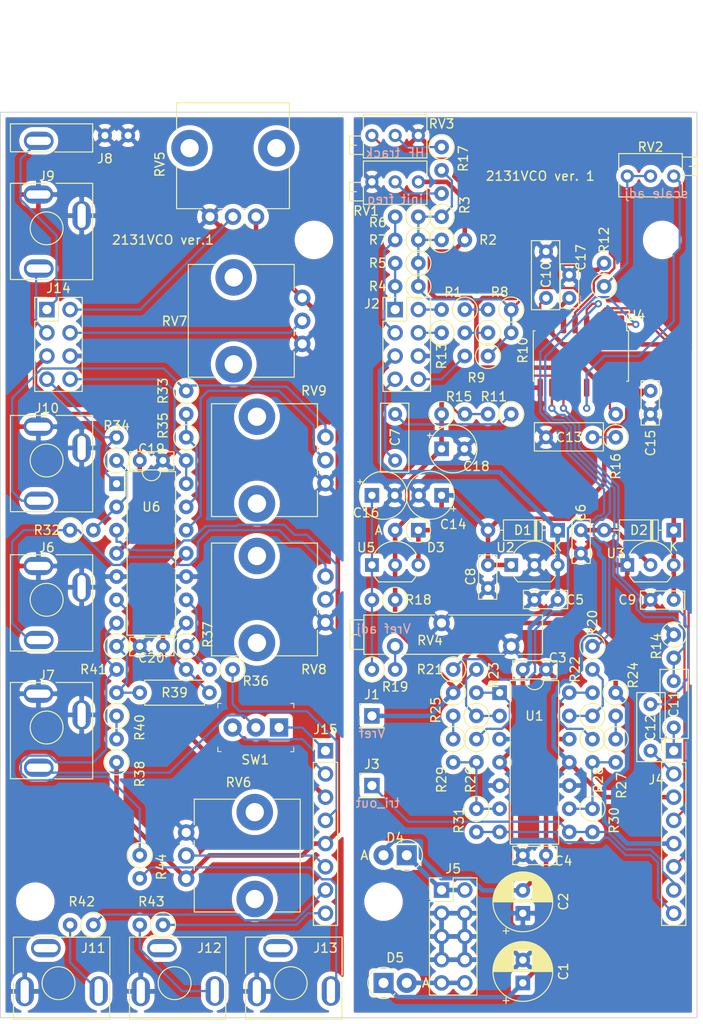
<source format=kicad_pcb>
(kicad_pcb (version 20171130) (host pcbnew "(5.1.8-0-10_14)")
  (layers (0 F.Cu signal) (31 B.Cu signal) (34 B.Paste user) (35 F.Paste user) (36 B.SilkS user) (37 F.SilkS user) (38 B.Mask user) (39 F.Mask user) (44 Edge.Cuts user))
  (net 0 "")
  (net 1 +12V)
  (net 2 GND)
  (net 3 -12V)
  (net 4 "Net-(J6-PadT)")
  (net 5 "Net-(J7-PadT)")
  (net 6 /module_interface/voct1)
  (net 7 /module_interface/voct2)
  (net 8 "Net-(J10-PadT)")
  (net 9 "Net-(J11-PadT)")
  (net 10 "Net-(J11-PadTN)")
  (net 11 "Net-(J12-PadT)")
  (net 12 "Net-(J12-PadTN)")
  (net 13 "Net-(J13-PadTN)")
  (net 14 "Net-(J13-PadT)")
  (net 15 /module_interface/freq)
  (net 16 /module_interface/fine)
  (net 17 /module_interface/lin_fm)
  (net 18 /module_interface/exp_fm)
  (net 19 /module_interface/h_sync)
  (net 20 /module_interface/s_sync)
  (net 21 /module_interface/squ)
  (net 22 /module_interface/Vref)
  (net 23 /module_interface/PWM)
  (net 24 /module_interface/tri_out)
  (net 25 /module_interface/saw_out)
  (net 26 "Net-(R32-Pad2)")
  (net 27 "Net-(R33-Pad2)")
  (net 28 "Net-(R36-Pad2)")
  (net 29 "Net-(R37-Pad2)")
  (net 30 "Net-(R38-Pad2)")
  (net 31 "Net-(R39-Pad2)")
  (net 32 "Net-(R41-Pad2)")
  (net 33 "Net-(RV8-Pad2)")
  (net 34 "Net-(RV9-Pad2)")
  (net 35 /module_core/lin_fm)
  (net 36 "Net-(C7-Pad2)")
  (net 37 +5V)
  (net 38 -5V)
  (net 39 "Net-(C10-Pad1)")
  (net 40 /module_core/h_sync)
  (net 41 "Net-(C11-Pad1)")
  (net 42 "Net-(C12-Pad1)")
  (net 43 /module_core/s_sync)
  (net 44 "Net-(C13-Pad2)")
  (net 45 "Net-(C16-Pad1)")
  (net 46 /module_core/Vref)
  (net 47 "Net-(D4-Pad1)")
  (net 48 "Net-(D5-Pad2)")
  (net 49 /module_core/voct1)
  (net 50 /module_core/freq)
  (net 51 /module_core/voct2)
  (net 52 /module_core/fine)
  (net 53 /module_core/exp_fm)
  (net 54 /module_core/tri_out)
  (net 55 /module_core/squ)
  (net 56 /module_core/PWM)
  (net 57 /module_core/saw_out)
  (net 58 "Net-(R1-Pad1)")
  (net 59 "Net-(R10-Pad2)")
  (net 60 "Net-(R3-Pad2)")
  (net 61 "Net-(R10-Pad1)")
  (net 62 "Net-(R11-Pad2)")
  (net 63 "Net-(R12-Pad1)")
  (net 64 "Net-(R16-Pad2)")
  (net 65 "Net-(R17-Pad1)")
  (net 66 "Net-(R19-Pad2)")
  (net 67 "Net-(R20-Pad1)")
  (net 68 "Net-(R20-Pad2)")
  (net 69 "Net-(R21-Pad1)")
  (net 70 "Net-(R21-Pad2)")
  (net 71 "Net-(R22-Pad2)")
  (net 72 "Net-(R23-Pad2)")
  (net 73 "Net-(R24-Pad2)")
  (net 74 "Net-(R25-Pad2)")
  (net 75 "Net-(R26-Pad2)")
  (net 76 "Net-(R27-Pad2)")
  (net 77 "Net-(RV2-Pad3)")
  (net 78 "Net-(RV3-Pad3)")
  (module MountingHole:MountingHole_3.2mm_M3 (layer F.Cu) (at 67.31 148.59)
    (fp_text reference REF** hide)
    (fp_text value MountingHole_3.2mm_M3 hide)
    (pad 1 np_thru_hole circle (at 0 0) (size 3.2 3.2) (drill 3.2) (layers *.Cu *.Mask))
  )
  (module MountingHole:MountingHole_3.2mm_M3 (layer F.Cu) (at 97.79 76.2)
    (fp_text reference REF** hide)
    (fp_text value MountingHole_3.2mm_M3 hide)
    (pad 1 np_thru_hole circle (at 0 0) (size 3.2 3.2) (drill 3.2) (layers *.Cu *.Mask))
  )
  (module Attenuverter:C_Axial_L4.8mm_D2.0mm_P2.54mm_Horizontal (layer F.Cu) (at 81.28 100.33 180)
    (fp_text reference C19 (at 1.27 1.27) (layer F.SilkS))
    (fp_text value 0.1u)
    (pad 2 thru_hole circle (at 2.54 0 180) (size 1.524 1.524) (drill 0.762) (layers *.Cu *.Mask) (net 1 +12V))
    (pad 1 thru_hole circle (at 0 0 180) (size 1.524 1.524) (drill 0.762) (layers *.Cu *.Mask) (net 2 GND))
  )
  (module Attenuverter:C_Axial_L4.8mm_D2.0mm_P2.54mm_Horizontal (layer F.Cu) (at 81.28 120.65 180)
    (fp_text reference C20 (at 1.27 -1.27) (layer F.SilkS))
    (fp_text value 0.1u)
    (pad 2 thru_hole circle (at 2.54 0 180) (size 1.524 1.524) (drill 0.762) (layers *.Cu *.Mask) (net 2 GND))
    (pad 1 thru_hole circle (at 0 0 180) (size 1.524 1.524) (drill 0.762) (layers *.Cu *.Mask) (net 3 -12V))
  )
  (module Attenuverter:MJ-355_3.5mm_mono_jack (layer F.Cu) (at 68.58 115.57 180)
    (fp_text reference J6 (at 0 5.715) (layer F.SilkS))
    (fp_text value "lin FM")
    (pad TN thru_hole oval (at -3.8 1.38 90) (size 3.25 2) (drill oval 2.65 0.9) (layers *.Cu *.Mask) (net 2 GND))
    (pad T thru_hole oval (at 0.89 -4.4) (size 3.25 2) (drill oval 2.65 0.9) (layers *.Cu *.Mask) (net 4 "Net-(J6-PadT)"))
    (pad S thru_hole oval (at 0.93 3.7) (size 3.25 2) (drill oval 2.65 0.9) (layers *.Cu *.Mask) (net 2 GND))
  )
  (module Attenuverter:MJ-355_3.5mm_mono_jack (layer F.Cu) (at 68.58 129.54 180)
    (fp_text reference J7 (at 0 5.715) (layer F.SilkS))
    (fp_text value sync)
    (pad TN thru_hole oval (at -3.8 1.38 90) (size 3.25 2) (drill oval 2.65 0.9) (layers *.Cu *.Mask) (net 2 GND))
    (pad T thru_hole oval (at 0.89 -4.4) (size 3.25 2) (drill oval 2.65 0.9) (layers *.Cu *.Mask) (net 5 "Net-(J7-PadT)"))
    (pad S thru_hole oval (at 0.93 3.7) (size 3.25 2) (drill oval 2.65 0.9) (layers *.Cu *.Mask) (net 2 GND))
  )
  (module Attenuverter:MJ-355_3.5mm_mono_jack_terminal_only (layer F.Cu) (at 68.58 60.96)
    (fp_text reference J8 (at 6.35 6.35) (layer F.SilkS))
    (fp_text value V/oct_1)
    (pad T thru_hole oval (at -0.89 4.4) (size 3.25 2) (drill oval 2.65 0.9) (layers *.Cu *.Mask) (net 6 /module_interface/voct1))
    (pad TN thru_hole circle (at 6.35 3.81) (size 1.524 1.524) (drill 0.762) (layers *.Cu *.Mask) (net 2 GND))
    (pad S thru_hole circle (at 8.89 3.81) (size 1.524 1.524) (drill 0.762) (layers *.Cu *.Mask) (net 2 GND))
  )
  (module Attenuverter:MJ-355_3.5mm_mono_jack (layer F.Cu) (at 68.58 74.93 180)
    (fp_text reference J9 (at 0 5.715) (layer F.SilkS))
    (fp_text value V/oct_2)
    (pad S thru_hole oval (at 0.93 3.7) (size 3.25 2) (drill oval 2.65 0.9) (layers *.Cu *.Mask) (net 2 GND))
    (pad T thru_hole oval (at 0.89 -4.4) (size 3.25 2) (drill oval 2.65 0.9) (layers *.Cu *.Mask) (net 7 /module_interface/voct2))
    (pad TN thru_hole oval (at -3.8 1.38 90) (size 3.25 2) (drill oval 2.65 0.9) (layers *.Cu *.Mask) (net 2 GND))
  )
  (module Attenuverter:MJ-355_3.5mm_mono_jack (layer F.Cu) (at 68.58 100.33 180)
    (fp_text reference J10 (at 0 5.715) (layer F.SilkS))
    (fp_text value "exp FM")
    (pad S thru_hole oval (at 0.93 3.7) (size 3.25 2) (drill oval 2.65 0.9) (layers *.Cu *.Mask) (net 2 GND))
    (pad T thru_hole oval (at 0.89 -4.4) (size 3.25 2) (drill oval 2.65 0.9) (layers *.Cu *.Mask) (net 8 "Net-(J10-PadT)"))
    (pad TN thru_hole oval (at -3.8 1.38 90) (size 3.25 2) (drill oval 2.65 0.9) (layers *.Cu *.Mask) (net 2 GND))
  )
  (module Attenuverter:MJ-355_3.5mm_mono_jack (layer F.Cu) (at 69.85 157.48 270)
    (fp_text reference J11 (at -3.81 -3.81 180) (layer F.SilkS))
    (fp_text value tri_out)
    (pad S thru_hole oval (at 0.93 3.7 90) (size 3.25 2) (drill oval 2.65 0.9) (layers *.Cu *.Mask) (net 2 GND))
    (pad T thru_hole oval (at 0.89 -4.4 90) (size 3.25 2) (drill oval 2.65 0.9) (layers *.Cu *.Mask) (net 9 "Net-(J11-PadT)"))
    (pad TN thru_hole oval (at -3.8 1.38 180) (size 3.25 2) (drill oval 2.65 0.9) (layers *.Cu *.Mask) (net 10 "Net-(J11-PadTN)"))
  )
  (module Attenuverter:MJ-355_3.5mm_mono_jack (layer F.Cu) (at 82.55 157.48 270)
    (fp_text reference J12 (at -3.81 -3.81 180) (layer F.SilkS))
    (fp_text value saw_out)
    (pad S thru_hole oval (at 0.93 3.7 90) (size 3.25 2) (drill oval 2.65 0.9) (layers *.Cu *.Mask) (net 2 GND))
    (pad T thru_hole oval (at 0.89 -4.4 90) (size 3.25 2) (drill oval 2.65 0.9) (layers *.Cu *.Mask) (net 11 "Net-(J12-PadT)"))
    (pad TN thru_hole oval (at -3.8 1.38 180) (size 3.25 2) (drill oval 2.65 0.9) (layers *.Cu *.Mask) (net 12 "Net-(J12-PadTN)"))
  )
  (module Attenuverter:MJ-355_3.5mm_mono_jack (layer F.Cu) (at 95.25 157.48 270)
    (fp_text reference J13 (at -3.81 -3.81 180) (layer F.SilkS))
    (fp_text value squ_out)
    (pad TN thru_hole oval (at -3.8 1.38 180) (size 3.25 2) (drill oval 2.65 0.9) (layers *.Cu *.Mask) (net 13 "Net-(J13-PadTN)"))
    (pad T thru_hole oval (at 0.89 -4.4 90) (size 3.25 2) (drill oval 2.65 0.9) (layers *.Cu *.Mask) (net 14 "Net-(J13-PadT)"))
    (pad S thru_hole oval (at 0.93 3.7 90) (size 3.25 2) (drill oval 2.65 0.9) (layers *.Cu *.Mask) (net 2 GND))
  )
  (module Connector_PinHeader_2.54mm:PinHeader_2x04_P2.54mm_Vertical (layer F.Cu) (at 68.58 83.82)
    (fp_text reference J14 (at 1.27 -2.33) (layer F.SilkS))
    (fp_text value bus_L)
    (pad 1 thru_hole rect (at 0 0) (size 1.7 1.7) (drill 1) (layers *.Cu *.Mask) (net 6 /module_interface/voct1))
    (pad 2 thru_hole oval (at 2.54 0) (size 1.7 1.7) (drill 1) (layers *.Cu *.Mask) (net 15 /module_interface/freq))
    (pad 3 thru_hole oval (at 0 2.54) (size 1.7 1.7) (drill 1) (layers *.Cu *.Mask) (net 7 /module_interface/voct2))
    (pad 4 thru_hole oval (at 2.54 2.54) (size 1.7 1.7) (drill 1) (layers *.Cu *.Mask) (net 16 /module_interface/fine))
    (pad 5 thru_hole oval (at 0 5.08) (size 1.7 1.7) (drill 1) (layers *.Cu *.Mask) (net 1 +12V))
    (pad 6 thru_hole oval (at 2.54 5.08) (size 1.7 1.7) (drill 1) (layers *.Cu *.Mask) (net 2 GND))
    (pad 7 thru_hole oval (at 0 7.62) (size 1.7 1.7) (drill 1) (layers *.Cu *.Mask) (net 17 /module_interface/lin_fm))
    (pad 8 thru_hole oval (at 2.54 7.62) (size 1.7 1.7) (drill 1) (layers *.Cu *.Mask) (net 18 /module_interface/exp_fm))
  )
  (module Connector_PinHeader_2.54mm:PinHeader_1x08_P2.54mm_Vertical (layer F.Cu) (at 99.06 132.08)
    (fp_text reference J15 (at 0 -2.33) (layer F.SilkS))
    (fp_text value bus_R)
    (pad 1 thru_hole rect (at 0 0) (size 1.7 1.7) (drill 1) (layers *.Cu *.Mask) (net 19 /module_interface/h_sync))
    (pad 2 thru_hole oval (at 0 2.54) (size 1.7 1.7) (drill 1) (layers *.Cu *.Mask) (net 20 /module_interface/s_sync))
    (pad 3 thru_hole oval (at 0 5.08) (size 1.7 1.7) (drill 1) (layers *.Cu *.Mask) (net 3 -12V))
    (pad 4 thru_hole oval (at 0 7.62) (size 1.7 1.7) (drill 1) (layers *.Cu *.Mask) (net 21 /module_interface/squ))
    (pad 5 thru_hole oval (at 0 10.16) (size 1.7 1.7) (drill 1) (layers *.Cu *.Mask) (net 22 /module_interface/Vref))
    (pad 6 thru_hole oval (at 0 12.7) (size 1.7 1.7) (drill 1) (layers *.Cu *.Mask) (net 23 /module_interface/PWM))
    (pad 7 thru_hole oval (at 0 15.24) (size 1.7 1.7) (drill 1) (layers *.Cu *.Mask) (net 24 /module_interface/tri_out))
    (pad 8 thru_hole oval (at 0 17.78) (size 1.7 1.7) (drill 1) (layers *.Cu *.Mask) (net 25 /module_interface/saw_out))
  )
  (module Resistor_THT:R_Axial_DIN0207_L6.3mm_D2.5mm_P2.54mm_Vertical (layer F.Cu) (at 71.12 107.95)
    (fp_text reference R32 (at -2.54 0) (layer F.SilkS))
    (fp_text value 100k)
    (pad 1 thru_hole circle (at 0 0) (size 1.6 1.6) (drill 0.8) (layers *.Cu *.Mask) (net 4 "Net-(J6-PadT)"))
    (pad 2 thru_hole oval (at 2.54 0) (size 1.6 1.6) (drill 0.8) (layers *.Cu *.Mask) (net 26 "Net-(R32-Pad2)"))
  )
  (module Resistor_THT:R_Axial_DIN0207_L6.3mm_D2.5mm_P2.54mm_Vertical (layer F.Cu) (at 83.82 92.71 270)
    (fp_text reference R33 (at 0 2.54 90) (layer F.SilkS))
    (fp_text value 100k)
    (pad 1 thru_hole circle (at 0 0 270) (size 1.6 1.6) (drill 0.8) (layers *.Cu *.Mask) (net 8 "Net-(J10-PadT)"))
    (pad 2 thru_hole oval (at 2.54 0 270) (size 1.6 1.6) (drill 0.8) (layers *.Cu *.Mask) (net 27 "Net-(R33-Pad2)"))
  )
  (module Resistor_THT:R_Axial_DIN0207_L6.3mm_D2.5mm_P2.54mm_Vertical (layer F.Cu) (at 76.2 100.33 90)
    (fp_text reference R34 (at 3.81 0 180) (layer F.SilkS))
    (fp_text value 100k)
    (pad 2 thru_hole oval (at 2.54 0 90) (size 1.6 1.6) (drill 0.8) (layers *.Cu *.Mask) (net 17 /module_interface/lin_fm))
    (pad 1 thru_hole circle (at 0 0 90) (size 1.6 1.6) (drill 0.8) (layers *.Cu *.Mask) (net 26 "Net-(R32-Pad2)"))
  )
  (module Resistor_THT:R_Axial_DIN0207_L6.3mm_D2.5mm_P2.54mm_Vertical (layer F.Cu) (at 83.82 97.79 270)
    (fp_text reference R35 (at -1.27 2.54 90) (layer F.SilkS))
    (fp_text value 100k)
    (pad 2 thru_hole oval (at 2.54 0 270) (size 1.6 1.6) (drill 0.8) (layers *.Cu *.Mask) (net 18 /module_interface/exp_fm))
    (pad 1 thru_hole circle (at 0 0 270) (size 1.6 1.6) (drill 0.8) (layers *.Cu *.Mask) (net 27 "Net-(R33-Pad2)"))
  )
  (module Resistor_THT:R_Axial_DIN0207_L6.3mm_D2.5mm_P2.54mm_Vertical (layer F.Cu) (at 88.9 123.19 180)
    (fp_text reference R36 (at -2.54 -1.27) (layer F.SilkS))
    (fp_text value 10k)
    (pad 1 thru_hole circle (at 0 0 180) (size 1.6 1.6) (drill 0.8) (layers *.Cu *.Mask) (net 21 /module_interface/squ))
    (pad 2 thru_hole oval (at 2.54 0 180) (size 1.6 1.6) (drill 0.8) (layers *.Cu *.Mask) (net 28 "Net-(R36-Pad2)"))
  )
  (module Resistor_THT:R_Axial_DIN0207_L6.3mm_D2.5mm_P2.54mm_Vertical (layer F.Cu) (at 83.82 120.65 270)
    (fp_text reference R37 (at -1.27 -2.37 90) (layer F.SilkS))
    (fp_text value 10k)
    (pad 2 thru_hole oval (at 2.54 0 270) (size 1.6 1.6) (drill 0.8) (layers *.Cu *.Mask) (net 29 "Net-(R37-Pad2)"))
    (pad 1 thru_hole circle (at 0 0 270) (size 1.6 1.6) (drill 0.8) (layers *.Cu *.Mask) (net 28 "Net-(R36-Pad2)"))
  )
  (module Resistor_THT:R_Axial_DIN0207_L6.3mm_D2.5mm_P2.54mm_Vertical (layer F.Cu) (at 76.2 133.35 90)
    (fp_text reference R38 (at -1.27 2.54 90) (layer F.SilkS))
    (fp_text value 3k)
    (pad 2 thru_hole oval (at 2.54 0 90) (size 1.6 1.6) (drill 0.8) (layers *.Cu *.Mask) (net 30 "Net-(R38-Pad2)"))
    (pad 1 thru_hole circle (at 0 0 90) (size 1.6 1.6) (drill 0.8) (layers *.Cu *.Mask) (net 22 /module_interface/Vref))
  )
  (module Resistor_THT:R_Axial_DIN0207_L6.3mm_D2.5mm_P2.54mm_Vertical (layer F.Cu) (at 76.2 128.27 90)
    (fp_text reference R40 (at -1.27 2.54 90) (layer F.SilkS))
    (fp_text value 3k)
    (pad 1 thru_hole circle (at 0 0 90) (size 1.6 1.6) (drill 0.8) (layers *.Cu *.Mask) (net 30 "Net-(R38-Pad2)"))
    (pad 2 thru_hole oval (at 2.54 0 90) (size 1.6 1.6) (drill 0.8) (layers *.Cu *.Mask) (net 31 "Net-(R39-Pad2)"))
  )
  (module Resistor_THT:R_Axial_DIN0207_L6.3mm_D2.5mm_P2.54mm_Vertical (layer F.Cu) (at 76.2 120.65 270)
    (fp_text reference R41 (at 2.54 2.54 180) (layer F.SilkS))
    (fp_text value 12k)
    (pad 1 thru_hole circle (at 0 0 270) (size 1.6 1.6) (drill 0.8) (layers *.Cu *.Mask) (net 31 "Net-(R39-Pad2)"))
    (pad 2 thru_hole oval (at 2.54 0 270) (size 1.6 1.6) (drill 0.8) (layers *.Cu *.Mask) (net 32 "Net-(R41-Pad2)"))
  )
  (module Resistor_THT:R_Axial_DIN0207_L6.3mm_D2.5mm_P2.54mm_Vertical (layer F.Cu) (at 73.66 151.13 180)
    (fp_text reference R42 (at 1.27 2.54) (layer F.SilkS))
    (fp_text value 1k)
    (pad 1 thru_hole circle (at 0 0 180) (size 1.6 1.6) (drill 0.8) (layers *.Cu *.Mask) (net 24 /module_interface/tri_out))
    (pad 2 thru_hole oval (at 2.54 0 180) (size 1.6 1.6) (drill 0.8) (layers *.Cu *.Mask) (net 9 "Net-(J11-PadT)"))
  )
  (module Resistor_THT:R_Axial_DIN0207_L6.3mm_D2.5mm_P2.54mm_Vertical (layer F.Cu) (at 81.28 151.13 180)
    (fp_text reference R43 (at 1.27 2.54) (layer F.SilkS))
    (fp_text value 1k)
    (pad 2 thru_hole oval (at 2.54 0 180) (size 1.6 1.6) (drill 0.8) (layers *.Cu *.Mask) (net 11 "Net-(J12-PadT)"))
    (pad 1 thru_hole circle (at 0 0 180) (size 1.6 1.6) (drill 0.8) (layers *.Cu *.Mask) (net 25 /module_interface/saw_out))
  )
  (module Resistor_THT:R_Axial_DIN0207_L6.3mm_D2.5mm_P2.54mm_Vertical (layer F.Cu) (at 78.74 143.51 270)
    (fp_text reference R44 (at 1.27 -2.37 90) (layer F.SilkS))
    (fp_text value 1k)
    (pad 1 thru_hole circle (at 0 0 270) (size 1.6 1.6) (drill 0.8) (layers *.Cu *.Mask) (net 32 "Net-(R41-Pad2)"))
    (pad 2 thru_hole oval (at 2.54 0 270) (size 1.6 1.6) (drill 0.8) (layers *.Cu *.Mask) (net 14 "Net-(J13-PadT)"))
  )
  (module Attenuverter:Potentiometer_Alps_RK09L_Single_Vertical (layer F.Cu) (at 91.44 73.66 90)
    (fp_text reference RV5 (at 5.725 -10.5 90) (layer F.SilkS))
    (fp_text value 10k)
    (pad "" np_thru_hole circle (at 7.5 2.25 90) (size 4 4) (drill 2) (layers *.Cu *.Mask))
    (pad "" np_thru_hole circle (at 7.5 -7.25 90) (size 4 4) (drill 2) (layers *.Cu *.Mask))
    (pad 1 thru_hole circle (at 0 -5.02 90) (size 1.8 1.8) (drill 1) (layers *.Cu *.Mask) (net 2 GND))
    (pad 2 thru_hole circle (at 0 -2.5 90) (size 1.8 1.8) (drill 1) (layers *.Cu *.Mask) (net 15 /module_interface/freq))
    (pad 3 thru_hole circle (at 0 0.02 90) (size 1.8 1.8) (drill 1) (layers *.Cu *.Mask) (net 22 /module_interface/Vref))
  )
  (module Attenuverter:Potentiometer_Alps_RK09L_Single_Vertical (layer F.Cu) (at 83.82 146.05)
    (fp_text reference RV6 (at 5.725 -10.5) (layer F.SilkS))
    (fp_text value 10k)
    (pad 3 thru_hole circle (at 0 0.02) (size 1.8 1.8) (drill 1) (layers *.Cu *.Mask) (net 22 /module_interface/Vref))
    (pad 2 thru_hole circle (at 0 -2.5) (size 1.8 1.8) (drill 1) (layers *.Cu *.Mask) (net 23 /module_interface/PWM))
    (pad 1 thru_hole circle (at 0 -5.02) (size 1.8 1.8) (drill 1) (layers *.Cu *.Mask) (net 2 GND))
    (pad "" np_thru_hole circle (at 7.5 -7.25) (size 4 4) (drill 2) (layers *.Cu *.Mask))
    (pad "" np_thru_hole circle (at 7.5 2.25) (size 4 4) (drill 2) (layers *.Cu *.Mask))
  )
  (module Attenuverter:Potentiometer_Alps_RK09L_Single_Vertical (layer F.Cu) (at 96.52 82.55 180)
    (fp_text reference RV7 (at 13.97 -2.54) (layer F.SilkS))
    (fp_text value 10k)
    (pad 3 thru_hole circle (at 0 0.02 180) (size 1.8 1.8) (drill 1) (layers *.Cu *.Mask) (net 22 /module_interface/Vref))
    (pad 2 thru_hole circle (at 0 -2.5 180) (size 1.8 1.8) (drill 1) (layers *.Cu *.Mask) (net 16 /module_interface/fine))
    (pad 1 thru_hole circle (at 0 -5.02 180) (size 1.8 1.8) (drill 1) (layers *.Cu *.Mask) (net 2 GND))
    (pad "" np_thru_hole circle (at 7.5 -7.25 180) (size 4 4) (drill 2) (layers *.Cu *.Mask))
    (pad "" np_thru_hole circle (at 7.5 2.25 180) (size 4 4) (drill 2) (layers *.Cu *.Mask))
  )
  (module Attenuverter:Potentiometer_Alps_RK09L_Single_Vertical (layer F.Cu) (at 99.06 113.03 180)
    (fp_text reference RV8 (at 1.27 -10.16) (layer F.SilkS))
    (fp_text value 10k)
    (pad 3 thru_hole circle (at 0 0.02 180) (size 1.8 1.8) (drill 1) (layers *.Cu *.Mask) (net 4 "Net-(J6-PadT)"))
    (pad 2 thru_hole circle (at 0 -2.5 180) (size 1.8 1.8) (drill 1) (layers *.Cu *.Mask) (net 33 "Net-(RV8-Pad2)"))
    (pad 1 thru_hole circle (at 0 -5.02 180) (size 1.8 1.8) (drill 1) (layers *.Cu *.Mask) (net 2 GND))
    (pad "" np_thru_hole circle (at 7.5 -7.25 180) (size 4 4) (drill 2) (layers *.Cu *.Mask))
    (pad "" np_thru_hole circle (at 7.5 2.25 180) (size 4 4) (drill 2) (layers *.Cu *.Mask))
  )
  (module Attenuverter:Potentiometer_Alps_RK09L_Single_Vertical (layer F.Cu) (at 99.06 97.79 180)
    (fp_text reference RV9 (at 1.27 5.08) (layer F.SilkS))
    (fp_text value 10k)
    (pad "" np_thru_hole circle (at 7.5 2.25 180) (size 4 4) (drill 2) (layers *.Cu *.Mask))
    (pad "" np_thru_hole circle (at 7.5 -7.25 180) (size 4 4) (drill 2) (layers *.Cu *.Mask))
    (pad 1 thru_hole circle (at 0 -5.02 180) (size 1.8 1.8) (drill 1) (layers *.Cu *.Mask) (net 2 GND))
    (pad 2 thru_hole circle (at 0 -2.5 180) (size 1.8 1.8) (drill 1) (layers *.Cu *.Mask) (net 34 "Net-(RV9-Pad2)"))
    (pad 3 thru_hole circle (at 0 0.02 180) (size 1.8 1.8) (drill 1) (layers *.Cu *.Mask) (net 8 "Net-(J10-PadT)"))
  )
  (module Attenuverter:Switch_Toggle_on-off-on_akizuki (layer F.Cu) (at 91.44 129.54 180)
    (fp_text reference SW1 (at 0.06 -3.53) (layer F.SilkS))
    (fp_text value sync)
    (pad 1 thru_hole rect (at -2.54 0 180) (size 2 2) (drill 1) (layers *.Cu *.Mask) (net 19 /module_interface/h_sync))
    (pad 2 thru_hole circle (at 0 0 180) (size 2 2) (drill 1) (layers *.Cu *.Mask) (net 5 "Net-(J7-PadT)"))
    (pad 3 thru_hole circle (at 2.54 0 180) (size 2 2) (drill 1) (layers *.Cu *.Mask) (net 20 /module_interface/s_sync))
  )
  (module Package_DIP:DIP-14_W7.62mm (layer F.Cu) (at 76.2 102.87)
    (fp_text reference U6 (at 3.81 2.54) (layer F.SilkS))
    (fp_text value TL074)
    (pad 1 thru_hole rect (at 0 0) (size 1.6 1.6) (drill 0.8) (layers *.Cu *.Mask) (net 17 /module_interface/lin_fm))
    (pad 8 thru_hole oval (at 7.62 15.24) (size 1.6 1.6) (drill 0.8) (layers *.Cu *.Mask) (net 29 "Net-(R37-Pad2)"))
    (pad 2 thru_hole oval (at 0 2.54) (size 1.6 1.6) (drill 0.8) (layers *.Cu *.Mask) (net 26 "Net-(R32-Pad2)"))
    (pad 9 thru_hole oval (at 7.62 12.7) (size 1.6 1.6) (drill 0.8) (layers *.Cu *.Mask) (net 28 "Net-(R36-Pad2)"))
    (pad 3 thru_hole oval (at 0 5.08) (size 1.6 1.6) (drill 0.8) (layers *.Cu *.Mask) (net 33 "Net-(RV8-Pad2)"))
    (pad 10 thru_hole oval (at 7.62 10.16) (size 1.6 1.6) (drill 0.8) (layers *.Cu *.Mask) (net 2 GND))
    (pad 4 thru_hole oval (at 0 7.62) (size 1.6 1.6) (drill 0.8) (layers *.Cu *.Mask) (net 1 +12V))
    (pad 11 thru_hole oval (at 7.62 7.62) (size 1.6 1.6) (drill 0.8) (layers *.Cu *.Mask) (net 3 -12V))
    (pad 5 thru_hole oval (at 0 10.16) (size 1.6 1.6) (drill 0.8) (layers *.Cu *.Mask) (net 2 GND))
    (pad 12 thru_hole oval (at 7.62 5.08) (size 1.6 1.6) (drill 0.8) (layers *.Cu *.Mask) (net 34 "Net-(RV9-Pad2)"))
    (pad 6 thru_hole oval (at 0 12.7) (size 1.6 1.6) (drill 0.8) (layers *.Cu *.Mask) (net 31 "Net-(R39-Pad2)"))
    (pad 13 thru_hole oval (at 7.62 2.54) (size 1.6 1.6) (drill 0.8) (layers *.Cu *.Mask) (net 27 "Net-(R33-Pad2)"))
    (pad 7 thru_hole oval (at 0 15.24) (size 1.6 1.6) (drill 0.8) (layers *.Cu *.Mask) (net 32 "Net-(R41-Pad2)"))
    (pad 14 thru_hole oval (at 7.62 0) (size 1.6 1.6) (drill 0.8) (layers *.Cu *.Mask) (net 18 /module_interface/exp_fm))
  )
  (module Resistor_THT:R_Axial_DIN0207_L6.3mm_D2.5mm_P7.62mm_Horizontal (layer F.Cu) (at 86.36 125.73 180)
    (fp_text reference R39 (at 3.81 0) (layer F.SilkS))
    (fp_text value 3k)
    (pad 1 thru_hole circle (at 0 0 180) (size 1.6 1.6) (drill 0.8) (layers *.Cu *.Mask) (net 29 "Net-(R37-Pad2)"))
    (pad 2 thru_hole oval (at 7.62 0 180) (size 1.6 1.6) (drill 0.8) (layers *.Cu *.Mask) (net 31 "Net-(R39-Pad2)"))
  )
  (module Package_TO_SOT_THT:TO-92_Inline_Wide (layer F.Cu) (at 132.08 111.76)
    (fp_text reference U3 (at -1.27 -1.27) (layer F.SilkS))
    (fp_text value L79L05_TO92)
    (pad 1 thru_hole rect (at 0 0) (size 1.5 1.5) (drill 0.8) (layers *.Cu *.Mask) (net 2 GND))
    (pad 3 thru_hole circle (at 5.08 0) (size 1.5 1.5) (drill 0.8) (layers *.Cu *.Mask) (net 38 -5V))
    (pad 2 thru_hole circle (at 2.54 0) (size 1.5 1.5) (drill 0.8) (layers *.Cu *.Mask) (net 3 -12V))
  )
  (module MountingHole:MountingHole_3.2mm_M3 (layer F.Cu) (at 105.41 148.59)
    (fp_text reference REF** hide)
    (fp_text value MountingHole_3.2mm_M3 hide)
    (pad 1 np_thru_hole circle (at 0 0) (size 3.2 3.2) (drill 3.2) (layers *.Cu *.Mask))
  )
  (module MountingHole:MountingHole_3.2mm_M3 (layer F.Cu) (at 135.89 76.2)
    (fp_text reference REF** hide)
    (fp_text value MountingHole_3.2mm_M3 hide)
    (pad 1 np_thru_hole circle (at 0 0) (size 3.2 3.2) (drill 3.2) (layers *.Cu *.Mask))
  )
  (module Capacitor_THT:CP_Radial_D6.3mm_P2.50mm (layer F.Cu) (at 120.65 157.48 90)
    (fp_text reference C1 (at 1.25 4.445 90) (layer F.SilkS))
    (fp_text value 100u)
    (pad 2 thru_hole circle (at 2.5 0 90) (size 1.6 1.6) (drill 0.8) (layers *.Cu *.Mask) (net 2 GND))
    (pad 1 thru_hole rect (at 0 0 90) (size 1.6 1.6) (drill 0.8) (layers *.Cu *.Mask) (net 1 +12V))
  )
  (module Capacitor_THT:CP_Radial_D6.3mm_P2.50mm (layer F.Cu) (at 120.65 149.86 90)
    (fp_text reference C2 (at 1.27 4.445 90) (layer F.SilkS))
    (fp_text value 100u)
    (pad 1 thru_hole rect (at 0 0 90) (size 1.6 1.6) (drill 0.8) (layers *.Cu *.Mask) (net 2 GND))
    (pad 2 thru_hole circle (at 2.5 0 90) (size 1.6 1.6) (drill 0.8) (layers *.Cu *.Mask) (net 3 -12V))
  )
  (module Attenuverter:C_Axial_L4.8mm_D2.0mm_P2.54mm_Horizontal (layer F.Cu) (at 123.19 123.19 180)
    (fp_text reference C3 (at -1.27 1.27) (layer F.SilkS))
    (fp_text value 0.1u)
    (pad 2 thru_hole circle (at 2.54 0 180) (size 1.524 1.524) (drill 0.762) (layers *.Cu *.Mask) (net 1 +12V))
    (pad 1 thru_hole circle (at 0 0 180) (size 1.524 1.524) (drill 0.762) (layers *.Cu *.Mask) (net 2 GND))
  )
  (module Attenuverter:C_Axial_L4.8mm_D2.0mm_P2.54mm_Horizontal (layer F.Cu) (at 123.19 143.51 180)
    (fp_text reference C4 (at -1.905 -0.635) (layer F.SilkS))
    (fp_text value 0.1u)
    (pad 1 thru_hole circle (at 0 0 180) (size 1.524 1.524) (drill 0.762) (layers *.Cu *.Mask) (net 3 -12V))
    (pad 2 thru_hole circle (at 2.54 0 180) (size 1.524 1.524) (drill 0.762) (layers *.Cu *.Mask) (net 2 GND))
  )
  (module Attenuverter:C_Axial_L4.8mm_D2.0mm_P2.54mm_Horizontal (layer F.Cu) (at 121.92 115.57)
    (fp_text reference C5 (at 4.445 0) (layer F.SilkS))
    (fp_text value 0.1u)
    (pad 2 thru_hole circle (at 2.54 0) (size 1.524 1.524) (drill 0.762) (layers *.Cu *.Mask) (net 1 +12V))
    (pad 1 thru_hole circle (at 0 0) (size 1.524 1.524) (drill 0.762) (layers *.Cu *.Mask) (net 2 GND))
  )
  (module Attenuverter:C_Axial_L4.8mm_D2.0mm_P2.54mm_Horizontal (layer F.Cu) (at 127 107.95 270)
    (fp_text reference C6 (at -1.905 0 90) (layer F.SilkS))
    (fp_text value 0.1u)
    (pad 2 thru_hole circle (at 2.54 0 270) (size 1.524 1.524) (drill 0.762) (layers *.Cu *.Mask) (net 2 GND))
    (pad 1 thru_hole circle (at 0 0 270) (size 1.524 1.524) (drill 0.762) (layers *.Cu *.Mask) (net 3 -12V))
  )
  (module Attenuverter:C_Axial_L4.8mm_D2.0mm_P2.54mm_Horizontal (layer F.Cu) (at 116.84 114.3 90)
    (fp_text reference C8 (at 1.27 -1.905 90) (layer F.SilkS))
    (fp_text value 0.1u)
    (pad 1 thru_hole circle (at 0 0 90) (size 1.524 1.524) (drill 0.762) (layers *.Cu *.Mask) (net 2 GND))
    (pad 2 thru_hole circle (at 2.54 0 90) (size 1.524 1.524) (drill 0.762) (layers *.Cu *.Mask) (net 37 +5V))
  )
  (module Attenuverter:C_Axial_L4.8mm_D2.0mm_P2.54mm_Horizontal (layer F.Cu) (at 137.16 115.57 180)
    (fp_text reference C9 (at 5.08 0) (layer F.SilkS))
    (fp_text value 0.1u)
    (pad 1 thru_hole circle (at 0 0 180) (size 1.524 1.524) (drill 0.762) (layers *.Cu *.Mask) (net 38 -5V))
    (pad 2 thru_hole circle (at 2.54 0 180) (size 1.524 1.524) (drill 0.762) (layers *.Cu *.Mask) (net 2 GND))
  )
  (module Attenuverter:C_Axial_L4.8mm_D3.1mm_P5.08mm_Horizontal (layer F.Cu) (at 123.19 82.55 90)
    (fp_text reference C10 (at 2.54 0 90) (layer F.SilkS))
    (fp_text value 3900p)
    (pad 2 thru_hole circle (at 5.08 0 90) (size 1.524 1.524) (drill 0.762) (layers *.Cu *.Mask) (net 2 GND))
    (pad 1 thru_hole circle (at 0 0 90) (size 1.524 1.524) (drill 0.762) (layers *.Cu *.Mask) (net 39 "Net-(C10-Pad1)"))
  )
  (module Attenuverter:C_Axial_L4.8mm_D3.1mm_P5.08mm_Horizontal (layer F.Cu) (at 137.16 124.46 270)
    (fp_text reference C11 (at 2.54 0 90) (layer F.SilkS))
    (fp_text value 0.01u)
    (pad 2 thru_hole circle (at 5.08 0 270) (size 1.524 1.524) (drill 0.762) (layers *.Cu *.Mask) (net 40 /module_core/h_sync))
    (pad 1 thru_hole circle (at 0 0 270) (size 1.524 1.524) (drill 0.762) (layers *.Cu *.Mask) (net 41 "Net-(C11-Pad1)"))
  )
  (module Attenuverter:C_Axial_L4.8mm_D3.1mm_P5.08mm_Horizontal (layer F.Cu) (at 134.62 127 270)
    (fp_text reference C12 (at 2.54 0 90) (layer F.SilkS))
    (fp_text value 0.01u)
    (pad 1 thru_hole circle (at 0 0 270) (size 1.524 1.524) (drill 0.762) (layers *.Cu *.Mask) (net 42 "Net-(C12-Pad1)"))
    (pad 2 thru_hole circle (at 5.08 0 270) (size 1.524 1.524) (drill 0.762) (layers *.Cu *.Mask) (net 43 /module_core/s_sync))
  )
  (module Attenuverter:C_Axial_L4.8mm_D3.1mm_P5.08mm_Horizontal (layer F.Cu) (at 123.19 97.79)
    (fp_text reference C13 (at 2.54 0) (layer F.SilkS))
    (fp_text value 0.01u)
    (pad 1 thru_hole circle (at 0 0) (size 1.524 1.524) (drill 0.762) (layers *.Cu *.Mask) (net 2 GND))
    (pad 2 thru_hole circle (at 5.08 0) (size 1.524 1.524) (drill 0.762) (layers *.Cu *.Mask) (net 44 "Net-(C13-Pad2)"))
  )
  (module Attenuverter:C_Axial_L4.8mm_D2.0mm_P2.54mm_Horizontal (layer F.Cu) (at 134.62 95.25 90)
    (fp_text reference C15 (at -3.175 0 90) (layer F.SilkS))
    (fp_text value 0.1u)
    (pad 1 thru_hole circle (at 0 0 90) (size 1.524 1.524) (drill 0.762) (layers *.Cu *.Mask) (net 2 GND))
    (pad 2 thru_hole circle (at 2.54 0 90) (size 1.524 1.524) (drill 0.762) (layers *.Cu *.Mask) (net 37 +5V))
  )
  (module Attenuverter:C_Axial_L4.8mm_D2.0mm_P2.54mm_Horizontal (layer F.Cu) (at 125.73 80.01 270)
    (fp_text reference C17 (at -1.905 -1.27 90) (layer F.SilkS))
    (fp_text value 0.1u)
    (pad 1 thru_hole circle (at 0 0 270) (size 1.524 1.524) (drill 0.762) (layers *.Cu *.Mask) (net 2 GND))
    (pad 2 thru_hole circle (at 2.54 0 270) (size 1.524 1.524) (drill 0.762) (layers *.Cu *.Mask) (net 38 -5V))
  )
  (module Diode_THT:D_DO-35_SOD27_P7.62mm_Horizontal (layer F.Cu) (at 124.46 107.95 180)
    (fp_text reference D1 (at 3.81 0) (layer F.SilkS))
    (fp_text value 1N4148)
    (fp_text user K (at 0 -1.8) (layer F.SilkS))
    (pad 1 thru_hole rect (at 0 0 180) (size 1.6 1.6) (drill 0.8) (layers *.Cu *.Mask) (net 1 +12V))
    (pad 2 thru_hole oval (at 7.62 0 180) (size 1.6 1.6) (drill 0.8) (layers *.Cu *.Mask) (net 37 +5V))
  )
  (module Diode_THT:D_DO-35_SOD27_P7.62mm_Horizontal (layer F.Cu) (at 137.16 107.95 180)
    (fp_text reference D2 (at 3.81 0) (layer F.SilkS))
    (fp_text value 1N4148)
    (fp_text user K (at 0 -1.8) (layer F.SilkS))
    (pad 2 thru_hole oval (at 7.62 0 180) (size 1.6 1.6) (drill 0.8) (layers *.Cu *.Mask) (net 3 -12V))
    (pad 1 thru_hole rect (at 0 0 180) (size 1.6 1.6) (drill 0.8) (layers *.Cu *.Mask) (net 38 -5V))
  )
  (module Diode_THT:D_DO-41_SOD81_P2.54mm_Vertical_AnodeUp (layer F.Cu) (at 107.95 143.51 180)
    (fp_text reference D4 (at 1.27 1.905) (layer F.SilkS))
    (fp_text value D_Schottky)
    (fp_text user A (at 4.64 0) (layer F.SilkS))
    (pad 2 thru_hole oval (at 2.54 0 180) (size 2.2 2.2) (drill 1.1) (layers *.Cu *.Mask) (net 3 -12V))
    (pad 1 thru_hole rect (at 0 0 180) (size 2.2 2.2) (drill 1.1) (layers *.Cu *.Mask) (net 47 "Net-(D4-Pad1)"))
  )
  (module Diode_THT:D_DO-41_SOD81_P2.54mm_Vertical_AnodeUp (layer F.Cu) (at 105.41 157.48)
    (fp_text reference D5 (at 1.27 -2.750635) (layer F.SilkS))
    (fp_text value D_Schottky)
    (fp_text user A (at 4.64 0) (layer F.SilkS))
    (pad 1 thru_hole rect (at 0 0) (size 2.2 2.2) (drill 1.1) (layers *.Cu *.Mask) (net 1 +12V))
    (pad 2 thru_hole oval (at 2.54 0) (size 2.2 2.2) (drill 1.1) (layers *.Cu *.Mask) (net 48 "Net-(D5-Pad2)"))
  )
  (module Connector_PinHeader_2.54mm:PinHeader_1x01_P2.54mm_Vertical (layer F.Cu) (at 104.14 128.27)
    (fp_text reference J1 (at 0 -2.33) (layer F.SilkS))
    (fp_text value Vref)
    (pad 1 thru_hole rect (at 0 0) (size 1.7 1.7) (drill 1) (layers *.Cu *.Mask) (net 46 /module_core/Vref))
  )
  (module Connector_PinHeader_2.54mm:PinHeader_2x04_P2.54mm_Vertical (layer F.Cu) (at 106.68 83.82)
    (fp_text reference J2 (at -2.54 -0.635) (layer F.SilkS))
    (fp_text value bus_L)
    (pad 1 thru_hole rect (at 0 0) (size 1.7 1.7) (drill 1) (layers *.Cu *.Mask) (net 49 /module_core/voct1))
    (pad 2 thru_hole oval (at 2.54 0) (size 1.7 1.7) (drill 1) (layers *.Cu *.Mask) (net 50 /module_core/freq))
    (pad 3 thru_hole oval (at 0 2.54) (size 1.7 1.7) (drill 1) (layers *.Cu *.Mask) (net 51 /module_core/voct2))
    (pad 4 thru_hole oval (at 2.54 2.54) (size 1.7 1.7) (drill 1) (layers *.Cu *.Mask) (net 52 /module_core/fine))
    (pad 5 thru_hole oval (at 0 5.08) (size 1.7 1.7) (drill 1) (layers *.Cu *.Mask) (net 1 +12V))
    (pad 6 thru_hole oval (at 2.54 5.08) (size 1.7 1.7) (drill 1) (layers *.Cu *.Mask) (net 2 GND))
    (pad 7 thru_hole oval (at 0 7.62) (size 1.7 1.7) (drill 1) (layers *.Cu *.Mask) (net 35 /module_core/lin_fm))
    (pad 8 thru_hole oval (at 2.54 7.62) (size 1.7 1.7) (drill 1) (layers *.Cu *.Mask) (net 53 /module_core/exp_fm))
  )
  (module Connector_PinHeader_2.54mm:PinHeader_1x01_P2.54mm_Vertical (layer F.Cu) (at 104.14 135.89)
    (fp_text reference J3 (at 0 -2.33) (layer F.SilkS))
    (fp_text value tri)
    (pad 1 thru_hole rect (at 0 0) (size 1.7 1.7) (drill 1) (layers *.Cu *.Mask) (net 54 /module_core/tri_out))
  )
  (module Connector_PinHeader_2.54mm:PinHeader_1x08_P2.54mm_Vertical (layer F.Cu) (at 137.16 132.08)
    (fp_text reference J4 (at -1.905 3.175) (layer F.SilkS))
    (fp_text value bus_R)
    (pad 1 thru_hole rect (at 0 0) (size 1.7 1.7) (drill 1) (layers *.Cu *.Mask) (net 40 /module_core/h_sync))
    (pad 2 thru_hole oval (at 0 2.54) (size 1.7 1.7) (drill 1) (layers *.Cu *.Mask) (net 43 /module_core/s_sync))
    (pad 3 thru_hole oval (at 0 5.08) (size 1.7 1.7) (drill 1) (layers *.Cu *.Mask) (net 3 -12V))
    (pad 4 thru_hole oval (at 0 7.62) (size 1.7 1.7) (drill 1) (layers *.Cu *.Mask) (net 55 /module_core/squ))
    (pad 5 thru_hole oval (at 0 10.16) (size 1.7 1.7) (drill 1) (layers *.Cu *.Mask) (net 46 /module_core/Vref))
    (pad 6 thru_hole oval (at 0 12.7) (size 1.7 1.7) (drill 1) (layers *.Cu *.Mask) (net 56 /module_core/PWM))
    (pad 7 thru_hole oval (at 0 15.24) (size 1.7 1.7) (drill 1) (layers *.Cu *.Mask) (net 54 /module_core/tri_out))
    (pad 8 thru_hole oval (at 0 17.78) (size 1.7 1.7) (drill 1) (layers *.Cu *.Mask) (net 57 /module_core/saw_out))
  )
  (module Connector_PinHeader_2.54mm:PinHeader_2x05_P2.54mm_Vertical (layer F.Cu) (at 111.76 147.32)
    (fp_text reference J5 (at 1.27 -2.33) (layer F.SilkS))
    (fp_text value power_bus)
    (pad 1 thru_hole rect (at 0 0) (size 1.7 1.7) (drill 1) (layers *.Cu *.Mask) (net 47 "Net-(D4-Pad1)"))
    (pad 2 thru_hole oval (at 2.54 0) (size 1.7 1.7) (drill 1) (layers *.Cu *.Mask) (net 47 "Net-(D4-Pad1)"))
    (pad 3 thru_hole oval (at 0 2.54) (size 1.7 1.7) (drill 1) (layers *.Cu *.Mask) (net 2 GND))
    (pad 4 thru_hole oval (at 2.54 2.54) (size 1.7 1.7) (drill 1) (layers *.Cu *.Mask) (net 2 GND))
    (pad 5 thru_hole oval (at 0 5.08) (size 1.7 1.7) (drill 1) (layers *.Cu *.Mask) (net 2 GND))
    (pad 6 thru_hole oval (at 2.54 5.08) (size 1.7 1.7) (drill 1) (layers *.Cu *.Mask) (net 2 GND))
    (pad 7 thru_hole oval (at 0 7.62) (size 1.7 1.7) (drill 1) (layers *.Cu *.Mask) (net 2 GND))
    (pad 8 thru_hole oval (at 2.54 7.62) (size 1.7 1.7) (drill 1) (layers *.Cu *.Mask) (net 2 GND))
    (pad 9 thru_hole oval (at 0 10.16) (size 1.7 1.7) (drill 1) (layers *.Cu *.Mask) (net 48 "Net-(D5-Pad2)"))
    (pad 10 thru_hole oval (at 2.54 10.16) (size 1.7 1.7) (drill 1) (layers *.Cu *.Mask) (net 48 "Net-(D5-Pad2)"))
  )
  (module Resistor_THT:R_Axial_DIN0207_L6.3mm_D2.5mm_P2.54mm_Vertical (layer F.Cu) (at 114.3 83.82 180)
    (fp_text reference R1 (at 1.27 1.905) (layer F.SilkS))
    (fp_text value 1k)
    (pad 2 thru_hole oval (at 2.54 0 180) (size 1.6 1.6) (drill 0.8) (layers *.Cu *.Mask) (net 50 /module_core/freq))
    (pad 1 thru_hole circle (at 0 0 180) (size 1.6 1.6) (drill 0.8) (layers *.Cu *.Mask) (net 58 "Net-(R1-Pad1)"))
  )
  (module Resistor_THT:R_Axial_DIN0207_L6.3mm_D2.5mm_P2.54mm_Vertical (layer F.Cu) (at 111.76 76.2)
    (fp_text reference R2 (at 5.08 0) (layer F.SilkS))
    (fp_text value 51k)
    (pad 1 thru_hole circle (at 0 0) (size 1.6 1.6) (drill 0.8) (layers *.Cu *.Mask) (net 59 "Net-(R10-Pad2)"))
    (pad 2 thru_hole oval (at 2.54 0) (size 1.6 1.6) (drill 0.8) (layers *.Cu *.Mask) (net 46 /module_core/Vref))
  )
  (module Resistor_THT:R_Axial_DIN0207_L6.3mm_D2.5mm_P2.54mm_Vertical (layer F.Cu) (at 111.76 73.66 90)
    (fp_text reference R3 (at 1.27 2.54 90) (layer F.SilkS))
    (fp_text value 100k)
    (pad 2 thru_hole oval (at 2.54 0 90) (size 1.6 1.6) (drill 0.8) (layers *.Cu *.Mask) (net 60 "Net-(R3-Pad2)"))
    (pad 1 thru_hole circle (at 0 0 90) (size 1.6 1.6) (drill 0.8) (layers *.Cu *.Mask) (net 59 "Net-(R10-Pad2)"))
  )
  (module Resistor_THT:R_Axial_DIN0207_L6.3mm_D2.5mm_P2.54mm_Vertical (layer F.Cu) (at 109.22 81.28 180)
    (fp_text reference R4 (at 4.445 0) (layer F.SilkS))
    (fp_text value 100k)
    (pad 1 thru_hole circle (at 0 0 180) (size 1.6 1.6) (drill 0.8) (layers *.Cu *.Mask) (net 59 "Net-(R10-Pad2)"))
    (pad 2 thru_hole oval (at 2.54 0 180) (size 1.6 1.6) (drill 0.8) (layers *.Cu *.Mask) (net 49 /module_core/voct1))
  )
  (module Resistor_THT:R_Axial_DIN0207_L6.3mm_D2.5mm_P2.54mm_Vertical (layer F.Cu) (at 109.22 78.74 180)
    (fp_text reference R5 (at 4.445 0) (layer F.SilkS))
    (fp_text value 100k)
    (pad 2 thru_hole oval (at 2.54 0 180) (size 1.6 1.6) (drill 0.8) (layers *.Cu *.Mask) (net 49 /module_core/voct1))
    (pad 1 thru_hole circle (at 0 0 180) (size 1.6 1.6) (drill 0.8) (layers *.Cu *.Mask) (net 59 "Net-(R10-Pad2)"))
  )
  (module Resistor_THT:R_Axial_DIN0207_L6.3mm_D2.5mm_P2.54mm_Vertical (layer F.Cu) (at 109.22 73.66 180)
    (fp_text reference R6 (at 4.445 -0.635) (layer F.SilkS))
    (fp_text value 100k)
    (pad 2 thru_hole oval (at 2.54 0 180) (size 1.6 1.6) (drill 0.8) (layers *.Cu *.Mask) (net 51 /module_core/voct2))
    (pad 1 thru_hole circle (at 0 0 180) (size 1.6 1.6) (drill 0.8) (layers *.Cu *.Mask) (net 59 "Net-(R10-Pad2)"))
  )
  (module Resistor_THT:R_Axial_DIN0207_L6.3mm_D2.5mm_P2.54mm_Vertical (layer F.Cu) (at 109.22 76.2 180)
    (fp_text reference R7 (at 4.445 0) (layer F.SilkS))
    (fp_text value 100k)
    (pad 1 thru_hole circle (at 0 0 180) (size 1.6 1.6) (drill 0.8) (layers *.Cu *.Mask) (net 59 "Net-(R10-Pad2)"))
    (pad 2 thru_hole oval (at 2.54 0 180) (size 1.6 1.6) (drill 0.8) (layers *.Cu *.Mask) (net 51 /module_core/voct2))
  )
  (module Resistor_THT:R_Axial_DIN0207_L6.3mm_D2.5mm_P2.54mm_Vertical (layer F.Cu) (at 119.38 83.82 180)
    (fp_text reference R8 (at 1.27 1.905) (layer F.SilkS))
    (fp_text value 10k)
    (pad 1 thru_hole circle (at 0 0 180) (size 1.6 1.6) (drill 0.8) (layers *.Cu *.Mask) (net 59 "Net-(R10-Pad2)"))
    (pad 2 thru_hole oval (at 2.54 0 180) (size 1.6 1.6) (drill 0.8) (layers *.Cu *.Mask) (net 58 "Net-(R1-Pad1)"))
  )
  (module Resistor_THT:R_Axial_DIN0207_L6.3mm_D2.5mm_P2.54mm_Vertical (layer F.Cu) (at 116.84 88.9 180)
    (fp_text reference R9 (at 1.27 -2.37) (layer F.SilkS))
    (fp_text value 200k)
    (pad 1 thru_hole circle (at 0 0 180) (size 1.6 1.6) (drill 0.8) (layers *.Cu *.Mask) (net 59 "Net-(R10-Pad2)"))
    (pad 2 thru_hole oval (at 2.54 0 180) (size 1.6 1.6) (drill 0.8) (layers *.Cu *.Mask) (net 53 /module_core/exp_fm))
  )
  (module Resistor_THT:R_Axial_DIN0207_L6.3mm_D2.5mm_P2.54mm_Vertical (layer F.Cu) (at 116.84 86.36)
    (fp_text reference R10 (at 3.81 1.905 90) (layer F.SilkS))
    (fp_text value 120k)
    (pad 2 thru_hole oval (at 2.54 0) (size 1.6 1.6) (drill 0.8) (layers *.Cu *.Mask) (net 59 "Net-(R10-Pad2)"))
    (pad 1 thru_hole circle (at 0 0) (size 1.6 1.6) (drill 0.8) (layers *.Cu *.Mask) (net 61 "Net-(R10-Pad1)"))
  )
  (module Resistor_THT:R_Axial_DIN0207_L6.3mm_D2.5mm_P2.54mm_Vertical (layer F.Cu) (at 119.38 95.25 180)
    (fp_text reference R11 (at 1.905 1.905) (layer F.SilkS))
    (fp_text value 510k)
    (pad 1 thru_hole circle (at 0 0 180) (size 1.6 1.6) (drill 0.8) (layers *.Cu *.Mask) (net 36 "Net-(C7-Pad2)"))
    (pad 2 thru_hole oval (at 2.54 0 180) (size 1.6 1.6) (drill 0.8) (layers *.Cu *.Mask) (net 62 "Net-(R11-Pad2)"))
  )
  (module Resistor_THT:R_Axial_DIN0207_L6.3mm_D2.5mm_P2.54mm_Vertical (layer F.Cu) (at 129.54 81.28 90)
    (fp_text reference R12 (at 5.08 0 90) (layer F.SilkS))
    (fp_text value 22k)
    (pad 2 thru_hole oval (at 2.54 0 90) (size 1.6 1.6) (drill 0.8) (layers *.Cu *.Mask) (net 46 /module_core/Vref))
    (pad 1 thru_hole circle (at 0 0 90) (size 1.6 1.6) (drill 0.8) (layers *.Cu *.Mask) (net 63 "Net-(R12-Pad1)"))
  )
  (module Resistor_THT:R_Axial_DIN0207_L6.3mm_D2.5mm_P2.54mm_Vertical (layer F.Cu) (at 111.76 86.36)
    (fp_text reference R13 (at 0 2.54 90) (layer F.SilkS))
    (fp_text value 5k)
    (pad 1 thru_hole circle (at 0 0) (size 1.6 1.6) (drill 0.8) (layers *.Cu *.Mask) (net 52 /module_core/fine))
    (pad 2 thru_hole oval (at 2.54 0) (size 1.6 1.6) (drill 0.8) (layers *.Cu *.Mask) (net 61 "Net-(R10-Pad1)"))
  )
  (module Resistor_THT:R_Axial_DIN0207_L6.3mm_D2.5mm_P2.54mm_Vertical (layer F.Cu) (at 137.16 119.38 270)
    (fp_text reference R14 (at 1.27 1.905 90) (layer F.SilkS))
    (fp_text value 10k)
    (pad 1 thru_hole circle (at 0 0 270) (size 1.6 1.6) (drill 0.8) (layers *.Cu *.Mask) (net 2 GND))
    (pad 2 thru_hole oval (at 2.54 0 270) (size 1.6 1.6) (drill 0.8) (layers *.Cu *.Mask) (net 41 "Net-(C11-Pad1)"))
  )
  (module Resistor_THT:R_Axial_DIN0207_L6.3mm_D2.5mm_P2.54mm_Vertical (layer F.Cu) (at 111.76 95.25)
    (fp_text reference R15 (at 1.905 -1.905) (layer F.SilkS))
    (fp_text value 510k)
    (pad 2 thru_hole oval (at 2.54 0) (size 1.6 1.6) (drill 0.8) (layers *.Cu *.Mask) (net 62 "Net-(R11-Pad2)"))
    (pad 1 thru_hole circle (at 0 0) (size 1.6 1.6) (drill 0.8) (layers *.Cu *.Mask) (net 46 /module_core/Vref))
  )
  (module Resistor_THT:R_Axial_DIN0207_L6.3mm_D2.5mm_P2.54mm_Vertical (layer F.Cu) (at 130.81 97.79 90)
    (fp_text reference R16 (at -3.175 0 90) (layer F.SilkS))
    (fp_text value 270)
    (pad 2 thru_hole oval (at 2.54 0 90) (size 1.6 1.6) (drill 0.8) (layers *.Cu *.Mask) (net 64 "Net-(R16-Pad2)"))
    (pad 1 thru_hole circle (at 0 0 90) (size 1.6 1.6) (drill 0.8) (layers *.Cu *.Mask) (net 44 "Net-(C13-Pad2)"))
  )
  (module Resistor_THT:R_Axial_DIN0207_L6.3mm_D2.5mm_P2.54mm_Vertical (layer F.Cu) (at 111.76 66.04 270)
    (fp_text reference R17 (at 1.27 -2.37 90) (layer F.SilkS))
    (fp_text value 270k)
    (pad 1 thru_hole circle (at 0 0 270) (size 1.6 1.6) (drill 0.8) (layers *.Cu *.Mask) (net 65 "Net-(R17-Pad1)"))
    (pad 2 thru_hole oval (at 2.54 0 270) (size 1.6 1.6) (drill 0.8) (layers *.Cu *.Mask) (net 59 "Net-(R10-Pad2)"))
  )
  (module Resistor_THT:R_Axial_DIN0207_L6.3mm_D2.5mm_P2.54mm_Vertical (layer F.Cu) (at 106.68 115.57 180)
    (fp_text reference R18 (at -2.54 0) (layer F.SilkS))
    (fp_text value 240)
    (pad 1 thru_hole circle (at 0 0 180) (size 1.6 1.6) (drill 0.8) (layers *.Cu *.Mask) (net 46 /module_core/Vref))
    (pad 2 thru_hole oval (at 2.54 0 180) (size 1.6 1.6) (drill 0.8) (layers *.Cu *.Mask) (net 45 "Net-(C16-Pad1)"))
  )
  (module Resistor_THT:R_Axial_DIN0207_L6.3mm_D2.5mm_P2.54mm_Vertical (layer F.Cu) (at 104.14 123.19)
    (fp_text reference R19 (at 2.54 1.905) (layer F.SilkS))
    (fp_text value 150)
    (pad 2 thru_hole oval (at 2.54 0) (size 1.6 1.6) (drill 0.8) (layers *.Cu *.Mask) (net 66 "Net-(R19-Pad2)"))
    (pad 1 thru_hole circle (at 0 0) (size 1.6 1.6) (drill 0.8) (layers *.Cu *.Mask) (net 45 "Net-(C16-Pad1)"))
  )
  (module Resistor_THT:R_Axial_DIN0207_L6.3mm_D2.5mm_P2.54mm_Vertical (layer F.Cu) (at 128.27 120.65 270)
    (fp_text reference R20 (at -2.54 0 90) (layer F.SilkS))
    (fp_text value 10k)
    (pad 1 thru_hole circle (at 0 0 270) (size 1.6 1.6) (drill 0.8) (layers *.Cu *.Mask) (net 67 "Net-(R20-Pad1)"))
    (pad 2 thru_hole oval (at 2.54 0 270) (size 1.6 1.6) (drill 0.8) (layers *.Cu *.Mask) (net 68 "Net-(R20-Pad2)"))
  )
  (module Resistor_THT:R_Axial_DIN0207_L6.3mm_D2.5mm_P2.54mm_Vertical (layer F.Cu) (at 113.03 123.19)
    (fp_text reference R21 (at -2.54 0) (layer F.SilkS))
    (fp_text value 10k)
    (pad 1 thru_hole circle (at 0 0) (size 1.6 1.6) (drill 0.8) (layers *.Cu *.Mask) (net 69 "Net-(R21-Pad1)"))
    (pad 2 thru_hole oval (at 2.54 0) (size 1.6 1.6) (drill 0.8) (layers *.Cu *.Mask) (net 70 "Net-(R21-Pad2)"))
  )
  (module Resistor_THT:R_Axial_DIN0207_L6.3mm_D2.5mm_P2.54mm_Vertical (layer F.Cu) (at 128.27 128.27 90)
    (fp_text reference R22 (at 5.08 -1.905 90) (layer F.SilkS))
    (fp_text value 10k)
    (pad 2 thru_hole oval (at 2.54 0 90) (size 1.6 1.6) (drill 0.8) (layers *.Cu *.Mask) (net 71 "Net-(R22-Pad2)"))
    (pad 1 thru_hole circle (at 0 0 90) (size 1.6 1.6) (drill 0.8) (layers *.Cu *.Mask) (net 68 "Net-(R20-Pad2)"))
  )
  (module Resistor_THT:R_Axial_DIN0207_L6.3mm_D2.5mm_P2.54mm_Vertical (layer F.Cu) (at 115.57 128.27 90)
    (fp_text reference R23 (at 4.445 1.905 90) (layer F.SilkS))
    (fp_text value 10k)
    (pad 1 thru_hole circle (at 0 0 90) (size 1.6 1.6) (drill 0.8) (layers *.Cu *.Mask) (net 70 "Net-(R21-Pad2)"))
    (pad 2 thru_hole oval (at 2.54 0 90) (size 1.6 1.6) (drill 0.8) (layers *.Cu *.Mask) (net 72 "Net-(R23-Pad2)"))
  )
  (module Resistor_THT:R_Axial_DIN0207_L6.3mm_D2.5mm_P2.54mm_Vertical (layer F.Cu) (at 130.81 125.73 270)
    (fp_text reference R24 (at -1.905 -1.905 90) (layer F.SilkS))
    (fp_text value 3k)
    (pad 2 thru_hole oval (at 2.54 0 270) (size 1.6 1.6) (drill 0.8) (layers *.Cu *.Mask) (net 73 "Net-(R24-Pad2)"))
    (pad 1 thru_hole circle (at 0 0 270) (size 1.6 1.6) (drill 0.8) (layers *.Cu *.Mask) (net 46 /module_core/Vref))
  )
  (module Resistor_THT:R_Axial_DIN0207_L6.3mm_D2.5mm_P2.54mm_Vertical (layer F.Cu) (at 113.03 125.73 270)
    (fp_text reference R25 (at 1.905 1.905 90) (layer F.SilkS))
    (fp_text value 3k)
    (pad 1 thru_hole circle (at 0 0 270) (size 1.6 1.6) (drill 0.8) (layers *.Cu *.Mask) (net 46 /module_core/Vref))
    (pad 2 thru_hole oval (at 2.54 0 270) (size 1.6 1.6) (drill 0.8) (layers *.Cu *.Mask) (net 74 "Net-(R25-Pad2)"))
  )
  (module Resistor_THT:R_Axial_DIN0207_L6.3mm_D2.5mm_P2.54mm_Vertical (layer F.Cu) (at 115.57 130.81 270)
    (fp_text reference R26 (at 4.445 0.635 90) (layer F.SilkS))
    (fp_text value 3k)
    (pad 2 thru_hole oval (at 2.54 0 270) (size 1.6 1.6) (drill 0.8) (layers *.Cu *.Mask) (net 75 "Net-(R26-Pad2)"))
    (pad 1 thru_hole circle (at 0 0 270) (size 1.6 1.6) (drill 0.8) (layers *.Cu *.Mask) (net 72 "Net-(R23-Pad2)"))
  )
  (module Resistor_THT:R_Axial_DIN0207_L6.3mm_D2.5mm_P2.54mm_Vertical (layer F.Cu) (at 130.81 130.81 270)
    (fp_text reference R27 (at 5.08 -0.635 90) (layer F.SilkS))
    (fp_text value 3k)
    (pad 1 thru_hole circle (at 0 0 270) (size 1.6 1.6) (drill 0.8) (layers *.Cu *.Mask) (net 73 "Net-(R24-Pad2)"))
    (pad 2 thru_hole oval (at 2.54 0 270) (size 1.6 1.6) (drill 0.8) (layers *.Cu *.Mask) (net 76 "Net-(R27-Pad2)"))
  )
  (module Resistor_THT:R_Axial_DIN0207_L6.3mm_D2.5mm_P2.54mm_Vertical (layer F.Cu) (at 128.27 130.81 270)
    (fp_text reference R28 (at 4.445 -0.635 90) (layer F.SilkS))
    (fp_text value 3k)
    (pad 2 thru_hole oval (at 2.54 0 270) (size 1.6 1.6) (drill 0.8) (layers *.Cu *.Mask) (net 76 "Net-(R27-Pad2)"))
    (pad 1 thru_hole circle (at 0 0 270) (size 1.6 1.6) (drill 0.8) (layers *.Cu *.Mask) (net 71 "Net-(R22-Pad2)"))
  )
  (module Resistor_THT:R_Axial_DIN0207_L6.3mm_D2.5mm_P2.54mm_Vertical (layer F.Cu) (at 113.03 130.81 270)
    (fp_text reference R29 (at 4.445 1.27 90) (layer F.SilkS))
    (fp_text value 3k)
    (pad 2 thru_hole oval (at 2.54 0 270) (size 1.6 1.6) (drill 0.8) (layers *.Cu *.Mask) (net 75 "Net-(R26-Pad2)"))
    (pad 1 thru_hole circle (at 0 0 270) (size 1.6 1.6) (drill 0.8) (layers *.Cu *.Mask) (net 74 "Net-(R25-Pad2)"))
  )
  (module Resistor_THT:R_Axial_DIN0207_L6.3mm_D2.5mm_P2.54mm_Vertical (layer F.Cu) (at 128.27 138.43 270)
    (fp_text reference R30 (at 1.27 -2.37 90) (layer F.SilkS))
    (fp_text value 12k)
    (pad 1 thru_hole circle (at 0 0 270) (size 1.6 1.6) (drill 0.8) (layers *.Cu *.Mask) (net 76 "Net-(R27-Pad2)"))
    (pad 2 thru_hole oval (at 2.54 0 270) (size 1.6 1.6) (drill 0.8) (layers *.Cu *.Mask) (net 54 /module_core/tri_out))
  )
  (module Resistor_THT:R_Axial_DIN0207_L6.3mm_D2.5mm_P2.54mm_Vertical (layer F.Cu) (at 115.57 138.43 270)
    (fp_text reference R31 (at 1.27 1.905 90) (layer F.SilkS))
    (fp_text value 12k)
    (pad 2 thru_hole oval (at 2.54 0 270) (size 1.6 1.6) (drill 0.8) (layers *.Cu *.Mask) (net 57 /module_core/saw_out))
    (pad 1 thru_hole circle (at 0 0 270) (size 1.6 1.6) (drill 0.8) (layers *.Cu *.Mask) (net 75 "Net-(R26-Pad2)"))
  )
  (module Potentiometer_THT:Potentiometer_Bourns_3266Z_Horizontal (layer F.Cu) (at 109.22 69.85)
    (fp_text reference RV1 (at -5.715 3.175) (layer F.SilkS))
    (fp_text value 10k)
    (pad 3 thru_hole circle (at -5.08 0) (size 1.44 1.44) (drill 0.8) (layers *.Cu *.Mask) (net 2 GND))
    (pad 2 thru_hole circle (at -2.54 0) (size 1.44 1.44) (drill 0.8) (layers *.Cu *.Mask) (net 60 "Net-(R3-Pad2)"))
    (pad 1 thru_hole circle (at 0 0) (size 1.44 1.44) (drill 0.8) (layers *.Cu *.Mask) (net 46 /module_core/Vref))
  )
  (module Potentiometer_THT:Potentiometer_Bourns_3266Z_Horizontal (layer F.Cu) (at 132.08 69.215 180)
    (fp_text reference RV2 (at -2.54 3.175) (layer F.SilkS))
    (fp_text value 5k)
    (pad 1 thru_hole circle (at 0 0 180) (size 1.44 1.44) (drill 0.8) (layers *.Cu *.Mask) (net 63 "Net-(R12-Pad1)"))
    (pad 2 thru_hole circle (at -2.54 0 180) (size 1.44 1.44) (drill 0.8) (layers *.Cu *.Mask) (net 63 "Net-(R12-Pad1)"))
    (pad 3 thru_hole circle (at -5.08 0 180) (size 1.44 1.44) (drill 0.8) (layers *.Cu *.Mask) (net 77 "Net-(RV2-Pad3)"))
  )
  (module Potentiometer_THT:Potentiometer_Bourns_3266Z_Horizontal (layer F.Cu) (at 109.22 64.77)
    (fp_text reference RV3 (at 2.54 -1.27) (layer F.SilkS))
    (fp_text value 5k)
    (pad 1 thru_hole circle (at 0 0) (size 1.44 1.44) (drill 0.8) (layers *.Cu *.Mask) (net 2 GND))
    (pad 2 thru_hole circle (at -2.54 0) (size 1.44 1.44) (drill 0.8) (layers *.Cu *.Mask) (net 65 "Net-(R17-Pad1)"))
    (pad 3 thru_hole circle (at -5.08 0) (size 1.44 1.44) (drill 0.8) (layers *.Cu *.Mask) (net 78 "Net-(RV3-Pad3)"))
  )
  (module Potentiometer_THT:Potentiometer_Bourns_3005_Horizontal (layer F.Cu) (at 119.38 120.65)
    (fp_text reference RV4 (at -8.89 -0.635) (layer F.SilkS))
    (fp_text value 200)
    (pad 1 thru_hole circle (at 0 0) (size 1.8 1.8) (drill 1) (layers *.Cu *.Mask) (net 2 GND))
    (pad 2 thru_hole circle (at -7.62 -2.54) (size 1.8 1.8) (drill 1) (layers *.Cu *.Mask) (net 2 GND))
    (pad 3 thru_hole circle (at -12.7 0) (size 1.8 1.8) (drill 1) (layers *.Cu *.Mask) (net 66 "Net-(R19-Pad2)"))
  )
  (module Package_DIP:DIP-14_W7.62mm (layer F.Cu) (at 118.11 125.73)
    (fp_text reference U1 (at 3.81 2.54) (layer F.SilkS))
    (fp_text value TL074)
    (pad 1 thru_hole rect (at 0 0) (size 1.6 1.6) (drill 0.8) (layers *.Cu *.Mask) (net 72 "Net-(R23-Pad2)"))
    (pad 8 thru_hole oval (at 7.62 15.24) (size 1.6 1.6) (drill 0.8) (layers *.Cu *.Mask) (net 54 /module_core/tri_out))
    (pad 2 thru_hole oval (at 0 2.54) (size 1.6 1.6) (drill 0.8) (layers *.Cu *.Mask) (net 70 "Net-(R21-Pad2)"))
    (pad 9 thru_hole oval (at 7.62 12.7) (size 1.6 1.6) (drill 0.8) (layers *.Cu *.Mask) (net 76 "Net-(R27-Pad2)"))
    (pad 3 thru_hole oval (at 0 5.08) (size 1.6 1.6) (drill 0.8) (layers *.Cu *.Mask) (net 2 GND))
    (pad 10 thru_hole oval (at 7.62 10.16) (size 1.6 1.6) (drill 0.8) (layers *.Cu *.Mask) (net 2 GND))
    (pad 4 thru_hole oval (at 0 7.62) (size 1.6 1.6) (drill 0.8) (layers *.Cu *.Mask) (net 1 +12V))
    (pad 11 thru_hole oval (at 7.62 7.62) (size 1.6 1.6) (drill 0.8) (layers *.Cu *.Mask) (net 3 -12V))
    (pad 5 thru_hole oval (at 0 10.16) (size 1.6 1.6) (drill 0.8) (layers *.Cu *.Mask) (net 2 GND))
    (pad 12 thru_hole oval (at 7.62 5.08) (size 1.6 1.6) (drill 0.8) (layers *.Cu *.Mask) (net 2 GND))
    (pad 6 thru_hole oval (at 0 12.7) (size 1.6 1.6) (drill 0.8) (layers *.Cu *.Mask) (net 75 "Net-(R26-Pad2)"))
    (pad 13 thru_hole oval (at 7.62 2.54) (size 1.6 1.6) (drill 0.8) (layers *.Cu *.Mask) (net 68 "Net-(R20-Pad2)"))
    (pad 7 thru_hole oval (at 0 15.24) (size 1.6 1.6) (drill 0.8) (layers *.Cu *.Mask) (net 57 /module_core/saw_out))
    (pad 14 thru_hole oval (at 7.62 0) (size 1.6 1.6) (drill 0.8) (layers *.Cu *.Mask) (net 71 "Net-(R22-Pad2)"))
  )
  (module Package_SO:SO-16_5.3x10.2mm_P1.27mm (layer F.Cu) (at 127 88.9 270)
    (fp_text reference U4 (at -4.445 -6.05 180) (layer F.SilkS))
    (fp_text value SSI2131)
    (pad 1 smd roundrect (at -3.4625 -4.445 270) (size 1.975 0.6) (layers F.Cu F.Paste F.Mask) (net 69 "Net-(R21-Pad1)"))
    (pad 2 smd roundrect (at -3.4625 -3.175 270) (size 1.975 0.6) (layers F.Cu F.Paste F.Mask) (net 55 /module_core/squ))
    (pad 3 smd roundrect (at -3.4625 -1.905 270) (size 1.975 0.6) (layers F.Cu F.Paste F.Mask) (net 56 /module_core/PWM))
    (pad 4 smd roundrect (at -3.4625 -0.635 270) (size 1.975 0.6) (layers F.Cu F.Paste F.Mask) (net 67 "Net-(R20-Pad1)"))
    (pad 5 smd roundrect (at -3.4625 0.635 270) (size 1.975 0.6) (layers F.Cu F.Paste F.Mask) (net 78 "Net-(RV3-Pad3)"))
    (pad 6 smd roundrect (at -3.4625 1.905 270) (size 1.975 0.6) (layers F.Cu F.Paste F.Mask) (net 59 "Net-(R10-Pad2)"))
    (pad 7 smd roundrect (at -3.4625 3.175 270) (size 1.975 0.6) (layers F.Cu F.Paste F.Mask) (net 38 -5V))
    (pad 8 smd roundrect (at -3.4625 4.445 270) (size 1.975 0.6) (layers F.Cu F.Paste F.Mask) (net 39 "Net-(C10-Pad1)"))
    (pad 9 smd roundrect (at 3.4625 4.445 270) (size 1.975 0.6) (layers F.Cu F.Paste F.Mask) (net 2 GND))
    (pad 10 smd roundrect (at 3.4625 3.175 270) (size 1.975 0.6) (layers F.Cu F.Paste F.Mask) (net 41 "Net-(C11-Pad1)"))
    (pad 11 smd roundrect (at 3.4625 1.905 270) (size 1.975 0.6) (layers F.Cu F.Paste F.Mask) (net 42 "Net-(C12-Pad1)"))
    (pad 12 smd roundrect (at 3.4625 0.635 270) (size 1.975 0.6) (layers F.Cu F.Paste F.Mask) (net 62 "Net-(R11-Pad2)"))
    (pad 13 smd roundrect (at 3.4625 -0.635 270) (size 1.975 0.6) (layers F.Cu F.Paste F.Mask) (net 77 "Net-(RV2-Pad3)"))
    (pad 14 smd roundrect (at 3.4625 -1.905 270) (size 1.975 0.6) (layers F.Cu F.Paste F.Mask) (net 46 /module_core/Vref))
    (pad 15 smd roundrect (at 3.4625 -3.175 270) (size 1.975 0.6) (layers F.Cu F.Paste F.Mask) (net 64 "Net-(R16-Pad2)"))
    (pad 16 smd roundrect (at 3.4625 -4.445 270) (size 1.975 0.6) (layers F.Cu F.Paste F.Mask) (net 37 +5V))
  )
  (module Package_TO_SOT_THT:TO-92_Inline_Wide (layer F.Cu) (at 119.38 111.76)
    (fp_text reference U2 (at -0.635 -1.905) (layer F.SilkS))
    (fp_text value L78L05_TO92)
    (pad 2 thru_hole circle (at 2.54 0) (size 1.5 1.5) (drill 0.8) (layers *.Cu *.Mask) (net 2 GND))
    (pad 3 thru_hole circle (at 5.08 0) (size 1.5 1.5) (drill 0.8) (layers *.Cu *.Mask) (net 1 +12V))
    (pad 1 thru_hole rect (at 0 0) (size 1.5 1.5) (drill 0.8) (layers *.Cu *.Mask) (net 37 +5V))
  )
  (module Package_TO_SOT_THT:TO-92_Inline_Wide (layer F.Cu) (at 104.14 111.76)
    (fp_text reference U5 (at -0.635 -1.905) (layer F.SilkS))
    (fp_text value LM317L_TO92)
    (pad 2 thru_hole circle (at 2.54 0) (size 1.5 1.5) (drill 0.8) (layers *.Cu *.Mask) (net 46 /module_core/Vref))
    (pad 3 thru_hole circle (at 5.08 0) (size 1.5 1.5) (drill 0.8) (layers *.Cu *.Mask) (net 37 +5V))
    (pad 1 thru_hole rect (at 0 0) (size 1.5 1.5) (drill 0.8) (layers *.Cu *.Mask) (net 45 "Net-(C16-Pad1)"))
  )
  (module Diode_THT:D_DO-35_SOD27_P2.54mm_Vertical_AnodeUp (layer F.Cu) (at 109.22 107.95 180)
    (fp_text reference D3 (at -1.905 -1.905) (layer F.SilkS))
    (fp_text value 1N4148)
    (fp_text user A (at 4.34 0) (layer F.SilkS))
    (pad 1 thru_hole rect (at 0 0 180) (size 1.6 1.6) (drill 0.8) (layers *.Cu *.Mask) (net 37 +5V))
    (pad 2 thru_hole oval (at 2.54 0 180) (size 1.6 1.6) (drill 0.8) (layers *.Cu *.Mask) (net 46 /module_core/Vref))
  )
  (module Attenuverter:C_Axial_L4.8mm_D3.1mm_P5.08mm_Horizontal (layer F.Cu) (at 106.68 100.33 90)
    (fp_text reference C7 (at 2.54 0 90) (layer F.SilkS))
    (fp_text value 1u)
    (pad 1 thru_hole circle (at 0 0 90) (size 1.524 1.524) (drill 0.762) (layers *.Cu *.Mask) (net 35 /module_core/lin_fm))
    (pad 2 thru_hole circle (at 5.08 0 90) (size 1.524 1.524) (drill 0.762) (layers *.Cu *.Mask) (net 36 "Net-(C7-Pad2)"))
  )
  (module Capacitor_THT:CP_Radial_Tantal_D5.0mm_P2.50mm (layer F.Cu) (at 111.76 104.14 180)
    (fp_text reference C14 (at -1.27 -3.175) (layer F.SilkS))
    (fp_text value 1u)
    (pad 2 thru_hole circle (at 2.5 0 180) (size 1.6 1.6) (drill 0.8) (layers *.Cu *.Mask) (net 2 GND))
    (pad 1 thru_hole rect (at 0 0 180) (size 1.6 1.6) (drill 0.8) (layers *.Cu *.Mask) (net 37 +5V))
  )
  (module Capacitor_THT:CP_Radial_Tantal_D5.0mm_P2.50mm (layer F.Cu) (at 104.14 104.14)
    (fp_text reference C16 (at -0.635 1.905) (layer F.SilkS))
    (fp_text value 10u)
    (pad 1 thru_hole rect (at 0 0) (size 1.6 1.6) (drill 0.8) (layers *.Cu *.Mask) (net 45 "Net-(C16-Pad1)"))
    (pad 2 thru_hole circle (at 2.5 0) (size 1.6 1.6) (drill 0.8) (layers *.Cu *.Mask) (net 2 GND))
  )
  (module Capacitor_THT:CP_Radial_Tantal_D5.0mm_P2.50mm (layer F.Cu) (at 111.76 99.06)
    (fp_text reference C18 (at 3.81 1.905) (layer F.SilkS))
    (fp_text value 1u)
    (pad 1 thru_hole rect (at 0 0) (size 1.6 1.6) (drill 0.8) (layers *.Cu *.Mask) (net 46 /module_core/Vref))
    (pad 2 thru_hole circle (at 2.5 0) (size 1.6 1.6) (drill 0.8) (layers *.Cu *.Mask) (net 2 GND))
  )
  (gr_text "2131VCO ver.1" (at 81.28 76.2) (layer F.SilkS) (effects (font (size 1 1))))
  (gr_line (start 101.6 62.23) (end 63.5 62.23) (layer Edge.Cuts) (width 0.1))
  (gr_line (start 63.5 161.29) (end 101.6 161.29) (layer Edge.Cuts) (width 0.1))
  (gr_line (start 63.5 62.23) (end 63.5 161.29) (layer Edge.Cuts) (width 0.1))
  (gr_text "2131VCO ver. 1" (at 122.555 69.215) (layer F.SilkS) (effects (font (size 1 1))))
  (gr_text tri_out (at 104.775 137.795) (layer B.SilkS) (effects (font (size 1 1)) (justify mirror)))
  (gr_text Vref (at 104.14 130.175) (layer B.SilkS) (effects (font (size 1 1)) (justify mirror)))
  (gr_text "Vref adj" (at 105.41 118.745) (layer B.SilkS) (effects (font (size 1 1)) (justify mirror)))
  (gr_text "scale adj" (at 135.255 71.12) (layer B.SilkS) (effects (font (size 1 1)) (justify mirror)))
  (gr_text "init freq" (at 106.68 71.755) (layer B.SilkS) (effects (font (size 1 1)) (justify mirror)))
  (gr_text "HF track" (at 106.68 66.675) (layer B.SilkS) (effects (font (size 1 1)) (justify mirror)))
  (gr_line (start 139.7 62.23) (end 101.6 62.23) (layer Edge.Cuts) (width 0.1))
  (gr_line (start 139.7 161.29) (end 139.7 62.23) (layer Edge.Cuts) (width 0.1))
  (gr_line (start 101.6 161.29) (end 139.7 161.29) (layer Edge.Cuts) (width 0.1))
  (segment (start 67.279999 92.064001) (end 70.465998 95.25) (width 0.5) (layer F.Cu) (net 1))
  (segment (start 67.279999 90.200001) (end 67.279999 92.064001) (width 0.5) (layer F.Cu) (net 1))
  (segment (start 68.58 88.9) (end 67.279999 90.200001) (width 0.5) (layer F.Cu) (net 1))
  (segment (start 70.465998 95.25) (end 76.2 95.25) (width 0.5) (layer F.Cu) (net 1))
  (segment (start 78.74 97.79) (end 78.74 100.33) (width 0.5) (layer F.Cu) (net 1))
  (segment (start 76.2 95.25) (end 78.74 97.79) (width 0.5) (layer F.Cu) (net 1))
  (segment (start 78.74 100.33) (end 78.74 107.95) (width 0.5) (layer F.Cu) (net 1))
  (segment (start 78.74 107.95) (end 76.2 110.49) (width 0.5) (layer F.Cu) (net 1))
  (segment (start 120.65 130.81) (end 120.65 123.19) (width 0.5) (layer F.Cu) (net 1))
  (segment (start 118.11 133.35) (end 120.65 130.81) (width 0.5) (layer F.Cu) (net 1))
  (segment (start 119.360001 150.980003) (end 119.360001 134.600001) (width 0.5) (layer F.Cu) (net 1))
  (segment (start 119.360001 134.600001) (end 118.11 133.35) (width 0.5) (layer F.Cu) (net 1))
  (segment (start 121.900001 153.520003) (end 119.360001 150.980003) (width 0.5) (layer F.Cu) (net 1))
  (segment (start 121.900001 156.229999) (end 121.900001 153.520003) (width 0.5) (layer F.Cu) (net 1))
  (segment (start 120.65 157.48) (end 121.900001 156.229999) (width 0.5) (layer F.Cu) (net 1))
  (segment (start 119.099999 159.030001) (end 120.65 157.48) (width 0.5) (layer B.Cu) (net 1))
  (segment (start 106.960001 159.030001) (end 119.099999 159.030001) (width 0.5) (layer B.Cu) (net 1))
  (segment (start 105.41 157.48) (end 106.960001 159.030001) (width 0.5) (layer B.Cu) (net 1))
  (segment (start 124.46 115.57) (end 124.46 107.95) (width 0.5) (layer B.Cu) (net 1))
  (segment (start 105.017989 100.461751) (end 106.156238 101.6) (width 0.5) (layer B.Cu) (net 1))
  (segment (start 105.017989 90.562011) (end 105.017989 100.461751) (width 0.5) (layer B.Cu) (net 1))
  (segment (start 106.68 88.9) (end 105.017989 90.562011) (width 0.5) (layer B.Cu) (net 1))
  (segment (start 118.11 101.6) (end 124.46 107.95) (width 0.5) (layer B.Cu) (net 1))
  (segment (start 106.156238 101.6) (end 118.11 101.6) (width 0.5) (layer B.Cu) (net 1))
  (segment (start 121.411999 118.618001) (end 124.46 115.57) (width 0.5) (layer B.Cu) (net 1))
  (segment (start 121.411999 122.428001) (end 121.411999 118.618001) (width 0.5) (layer B.Cu) (net 1))
  (segment (start 120.65 123.19) (end 121.411999 122.428001) (width 0.5) (layer B.Cu) (net 1))
  (segment (start 81.28 120.65) (end 81.28 113.03) (width 0.5) (layer F.Cu) (net 3))
  (segment (start 81.28 113.03) (end 83.82 110.49) (width 0.5) (layer F.Cu) (net 3))
  (segment (start 98.210001 136.310001) (end 99.06 137.16) (width 0.5) (layer F.Cu) (net 3))
  (segment (start 95.540001 133.640001) (end 98.210001 136.310001) (width 0.5) (layer F.Cu) (net 3))
  (segment (start 81.28 127.580002) (end 87.339999 133.640001) (width 0.5) (layer F.Cu) (net 3))
  (segment (start 87.339999 133.640001) (end 95.540001 133.640001) (width 0.5) (layer F.Cu) (net 3))
  (segment (start 81.28 120.65) (end 81.28 127.580002) (width 0.5) (layer F.Cu) (net 3))
  (segment (start 123.19 135.89) (end 123.19 143.51) (width 0.5) (layer F.Cu) (net 3))
  (segment (start 125.73 133.35) (end 123.19 135.89) (width 0.5) (layer F.Cu) (net 3))
  (segment (start 129.54 137.16) (end 137.16 137.16) (width 0.5) (layer F.Cu) (net 3))
  (segment (start 125.73 133.35) (end 129.54 137.16) (width 0.5) (layer F.Cu) (net 3))
  (segment (start 123.19 144.82) (end 120.65 147.36) (width 0.5) (layer F.Cu) (net 3))
  (segment (start 123.19 143.51) (end 123.19 144.82) (width 0.5) (layer F.Cu) (net 3))
  (segment (start 116.264002 147.36) (end 114.924001 146.019999) (width 0.5) (layer B.Cu) (net 3))
  (segment (start 120.65 147.36) (end 116.264002 147.36) (width 0.5) (layer B.Cu) (net 3))
  (segment (start 114.924001 146.019999) (end 111.729999 146.019999) (width 0.5) (layer B.Cu) (net 3))
  (segment (start 111.729999 146.019999) (end 109.500001 143.790001) (width 0.5) (layer B.Cu) (net 3))
  (segment (start 105.41 143.039998) (end 105.41 143.51) (width 0.5) (layer B.Cu) (net 3))
  (segment (start 109.410001 141.959999) (end 106.489999 141.959999) (width 0.5) (layer B.Cu) (net 3))
  (segment (start 109.500001 142.049999) (end 109.410001 141.959999) (width 0.5) (layer B.Cu) (net 3))
  (segment (start 106.489999 141.959999) (end 105.41 143.039998) (width 0.5) (layer B.Cu) (net 3))
  (segment (start 109.500001 143.790001) (end 109.500001 142.049999) (width 0.5) (layer B.Cu) (net 3))
  (segment (start 127 107.95) (end 129.54 107.95) (width 0.5) (layer F.Cu) (net 3))
  (segment (start 130.81 107.95) (end 134.62 111.76) (width 0.5) (layer F.Cu) (net 3))
  (segment (start 129.54 107.95) (end 130.81 107.95) (width 0.5) (layer F.Cu) (net 3))
  (segment (start 127 123.19) (end 125.73 124.46) (width 0.5) (layer B.Cu) (net 3))
  (segment (start 124.479999 125.129999) (end 124.479999 125.710001) (width 0.5) (layer B.Cu) (net 3))
  (segment (start 127 121.173762) (end 127 123.19) (width 0.5) (layer B.Cu) (net 3))
  (segment (start 124.029989 126.160011) (end 124.029989 131.649989) (width 0.5) (layer B.Cu) (net 3))
  (segment (start 125.149998 124.46) (end 124.479999 125.129999) (width 0.5) (layer B.Cu) (net 3))
  (segment (start 125.73 124.46) (end 125.149998 124.46) (width 0.5) (layer B.Cu) (net 3))
  (segment (start 128.870001 119.399999) (end 127.669999 119.399999) (width 0.5) (layer B.Cu) (net 3))
  (segment (start 129.529969 118.740031) (end 128.870001 119.399999) (width 0.5) (layer B.Cu) (net 3))
  (segment (start 124.029989 131.649989) (end 125.73 133.35) (width 0.5) (layer B.Cu) (net 3))
  (segment (start 124.479999 125.710001) (end 124.029989 126.160011) (width 0.5) (layer B.Cu) (net 3))
  (segment (start 127.019999 121.153763) (end 127 121.173762) (width 0.5) (layer B.Cu) (net 3))
  (segment (start 129.529969 111.114969) (end 129.529969 118.740031) (width 0.5) (layer B.Cu) (net 3))
  (segment (start 128.994093 110.579093) (end 129.529969 111.114969) (width 0.5) (layer B.Cu) (net 3))
  (segment (start 127.669999 119.399999) (end 127.019999 120.049999) (width 0.5) (layer B.Cu) (net 3))
  (segment (start 128.994093 109.944093) (end 128.994093 110.579093) (width 0.5) (layer B.Cu) (net 3))
  (segment (start 127.019999 120.049999) (end 127.019999 121.153763) (width 0.5) (layer B.Cu) (net 3))
  (segment (start 127 107.95) (end 128.994093 109.944093) (width 0.5) (layer B.Cu) (net 3))
  (segment (start 66.04 107.95) (end 71.12 107.95) (width 0.25) (layer B.Cu) (net 4))
  (segment (start 64.77 109.22) (end 66.04 107.95) (width 0.25) (layer B.Cu) (net 4))
  (segment (start 64.77 118.11) (end 64.77 109.22) (width 0.25) (layer B.Cu) (net 4))
  (segment (start 66.63 119.97) (end 64.77 118.11) (width 0.25) (layer B.Cu) (net 4))
  (segment (start 67.69 119.97) (end 66.63 119.97) (width 0.25) (layer B.Cu) (net 4))
  (segment (start 95.25 109.22) (end 96.52 109.22) (width 0.25) (layer B.Cu) (net 4))
  (segment (start 93.98 107.95) (end 95.25 109.22) (width 0.25) (layer B.Cu) (net 4))
  (segment (start 85.09 110.885002) (end 85.09 109.22) (width 0.25) (layer B.Cu) (net 4))
  (segment (start 86.36 107.95) (end 93.98 107.95) (width 0.25) (layer B.Cu) (net 4))
  (segment (start 85.09 109.22) (end 86.36 107.95) (width 0.25) (layer B.Cu) (net 4))
  (segment (start 84.215002 111.76) (end 85.09 110.885002) (width 0.25) (layer B.Cu) (net 4))
  (segment (start 99.06 111.76) (end 99.06 113.01) (width 0.25) (layer B.Cu) (net 4))
  (segment (start 71.994998 107.95) (end 75.804998 111.76) (width 0.25) (layer B.Cu) (net 4))
  (segment (start 96.52 109.22) (end 99.06 111.76) (width 0.25) (layer B.Cu) (net 4))
  (segment (start 71.12 107.95) (end 71.994998 107.95) (width 0.25) (layer B.Cu) (net 4))
  (segment (start 76.595002 111.76) (end 77.47 110.885002) (width 0.25) (layer B.Cu) (net 4))
  (segment (start 75.804998 111.76) (end 76.595002 111.76) (width 0.25) (layer B.Cu) (net 4))
  (segment (start 77.47 110.885002) (end 82.154998 110.885002) (width 0.25) (layer B.Cu) (net 4))
  (segment (start 83.029996 111.76) (end 84.215002 111.76) (width 0.25) (layer B.Cu) (net 4))
  (segment (start 82.154998 110.885002) (end 83.029996 111.76) (width 0.25) (layer B.Cu) (net 4))
  (segment (start 82.003997 134.475001) (end 88.263999 128.214999) (width 0.25) (layer B.Cu) (net 5))
  (segment (start 90.114999 128.214999) (end 91.44 129.54) (width 0.25) (layer B.Cu) (net 5))
  (segment (start 68.225001 134.475001) (end 82.003997 134.475001) (width 0.25) (layer B.Cu) (net 5))
  (segment (start 88.263999 128.214999) (end 90.114999 128.214999) (width 0.25) (layer B.Cu) (net 5))
  (segment (start 67.69 133.94) (end 68.225001 134.475001) (width 0.25) (layer B.Cu) (net 5))
  (segment (start 65.69999 67.35001) (end 67.69 65.36) (width 0.25) (layer B.Cu) (net 6))
  (segment (start 65.69999 71.778837) (end 65.69999 67.35001) (width 0.25) (layer B.Cu) (net 6))
  (segment (start 69.64001 75.718857) (end 65.69999 71.778837) (width 0.25) (layer B.Cu) (net 6))
  (segment (start 69.64001 82.75999) (end 69.64001 75.718857) (width 0.25) (layer B.Cu) (net 6))
  (segment (start 68.58 83.82) (end 69.64001 82.75999) (width 0.25) (layer B.Cu) (net 6))
  (segment (start 67.404999 85.184999) (end 68.58 86.36) (width 0.25) (layer B.Cu) (net 7))
  (segment (start 67.404999 79.615001) (end 67.404999 85.184999) (width 0.25) (layer B.Cu) (net 7))
  (segment (start 67.69 79.33) (end 67.404999 79.615001) (width 0.25) (layer B.Cu) (net 7))
  (segment (start 81.374999 90.264999) (end 83.82 92.71) (width 0.25) (layer B.Cu) (net 8))
  (segment (start 64.77 93.510998) (end 68.015999 90.264999) (width 0.25) (layer B.Cu) (net 8))
  (segment (start 64.77 103.685) (end 64.77 93.510998) (width 0.25) (layer B.Cu) (net 8))
  (segment (start 65.815 104.73) (end 64.77 103.685) (width 0.25) (layer B.Cu) (net 8))
  (segment (start 68.015999 90.264999) (end 81.374999 90.264999) (width 0.25) (layer B.Cu) (net 8))
  (segment (start 67.69 104.73) (end 65.815 104.73) (width 0.25) (layer B.Cu) (net 8))
  (segment (start 84.404999 92.125001) (end 83.82 92.71) (width 0.25) (layer B.Cu) (net 8))
  (segment (start 90.754999 92.125001) (end 84.404999 92.125001) (width 0.25) (layer B.Cu) (net 8))
  (segment (start 94.822782 92.25999) (end 90.889988 92.25999) (width 0.25) (layer B.Cu) (net 8))
  (segment (start 99.06 96.497208) (end 94.822782 92.25999) (width 0.25) (layer B.Cu) (net 8))
  (segment (start 90.889988 92.25999) (end 90.754999 92.125001) (width 0.25) (layer B.Cu) (net 8))
  (segment (start 99.06 97.77) (end 99.06 96.497208) (width 0.25) (layer B.Cu) (net 8))
  (segment (start 71.12 155.24) (end 74.25 158.37) (width 0.25) (layer B.Cu) (net 9))
  (segment (start 71.12 151.13) (end 71.12 155.24) (width 0.25) (layer B.Cu) (net 9))
  (segment (start 83.361153 158.37) (end 86.95 158.37) (width 0.25) (layer B.Cu) (net 11))
  (segment (start 78.74 153.748847) (end 83.361153 158.37) (width 0.25) (layer B.Cu) (net 11))
  (segment (start 78.74 151.13) (end 78.74 153.748847) (width 0.25) (layer B.Cu) (net 11))
  (segment (start 100.235001 157.784999) (end 99.65 158.37) (width 0.25) (layer B.Cu) (net 14))
  (segment (start 100.235001 146.755999) (end 100.235001 157.784999) (width 0.25) (layer B.Cu) (net 14))
  (segment (start 99.624001 146.144999) (end 100.235001 146.755999) (width 0.25) (layer B.Cu) (net 14))
  (segment (start 79.945001 144.844999) (end 97.385997 144.844999) (width 0.25) (layer B.Cu) (net 14))
  (segment (start 98.685997 146.144999) (end 99.624001 146.144999) (width 0.25) (layer B.Cu) (net 14))
  (segment (start 97.385997 144.844999) (end 98.685997 146.144999) (width 0.25) (layer B.Cu) (net 14))
  (segment (start 78.74 146.05) (end 79.945001 144.844999) (width 0.25) (layer B.Cu) (net 14))
  (segment (start 78.78 83.82) (end 88.94 73.66) (width 0.25) (layer B.Cu) (net 15))
  (segment (start 71.12 83.82) (end 78.78 83.82) (width 0.25) (layer B.Cu) (net 15))
  (segment (start 95.21 86.36) (end 96.52 85.05) (width 0.25) (layer B.Cu) (net 16))
  (segment (start 71.12 86.36) (end 95.21 86.36) (width 0.25) (layer B.Cu) (net 16))
  (segment (start 74.93 97.79) (end 76.2 97.79) (width 0.25) (layer B.Cu) (net 17))
  (segment (start 68.58 91.44) (end 74.93 97.79) (width 0.25) (layer B.Cu) (net 17))
  (segment (start 75.074999 98.915001) (end 75.074999 101.744999) (width 0.25) (layer B.Cu) (net 17))
  (segment (start 75.074999 101.744999) (end 76.2 102.87) (width 0.25) (layer B.Cu) (net 17))
  (segment (start 76.2 97.79) (end 75.074999 98.915001) (width 0.25) (layer B.Cu) (net 17))
  (segment (start 82.55 99.06) (end 83.82 100.33) (width 0.25) (layer B.Cu) (net 18))
  (segment (start 83.82 100.33) (end 83.82 102.87) (width 0.25) (layer B.Cu) (net 18))
  (segment (start 71.12 91.44) (end 81.28 91.44) (width 0.25) (layer B.Cu) (net 18))
  (segment (start 81.28 91.44) (end 82.55 92.71) (width 0.25) (layer B.Cu) (net 18))
  (segment (start 82.55 92.71) (end 82.55 99.06) (width 0.25) (layer B.Cu) (net 18))
  (segment (start 96.52 129.54) (end 99.06 132.08) (width 0.25) (layer B.Cu) (net 19))
  (segment (start 93.98 129.54) (end 96.52 129.54) (width 0.25) (layer B.Cu) (net 19))
  (segment (start 99.06 134.62) (end 97.79 133.35) (width 0.25) (layer B.Cu) (net 20))
  (segment (start 97.79 133.35) (end 97.79 132.08) (width 0.25) (layer B.Cu) (net 20))
  (segment (start 97.79 132.08) (end 96.52 130.81) (width 0.25) (layer B.Cu) (net 20))
  (segment (start 90.225001 130.865001) (end 88.9 129.54) (width 0.25) (layer B.Cu) (net 20))
  (segment (start 95.240001 130.865001) (end 90.225001 130.865001) (width 0.25) (layer B.Cu) (net 20))
  (segment (start 95.295002 130.81) (end 95.240001 130.865001) (width 0.25) (layer B.Cu) (net 20))
  (segment (start 96.52 130.81) (end 95.295002 130.81) (width 0.25) (layer B.Cu) (net 20))
  (segment (start 100.33 138.43) (end 99.06 139.7) (width 0.25) (layer B.Cu) (net 21))
  (segment (start 100.33 131.064998) (end 100.33 138.43) (width 0.25) (layer B.Cu) (net 21))
  (segment (start 97.029991 127.764989) (end 100.33 131.064998) (width 0.25) (layer B.Cu) (net 21))
  (segment (start 88.9 127) (end 89.664989 127.764989) (width 0.25) (layer B.Cu) (net 21))
  (segment (start 89.664989 127.764989) (end 97.029991 127.764989) (width 0.25) (layer B.Cu) (net 21))
  (segment (start 88.9 123.19) (end 88.9 127) (width 0.25) (layer B.Cu) (net 21))
  (segment (start 76.2 138.45) (end 76.2 133.35) (width 0.5) (layer F.Cu) (net 22))
  (segment (start 83.82 146.07) (end 76.2 138.45) (width 0.5) (layer F.Cu) (net 22))
  (segment (start 100.410001 140.889999) (end 100.410001 86.420001) (width 0.5) (layer F.Cu) (net 22))
  (segment (start 100.410001 86.420001) (end 96.52 82.53) (width 0.5) (layer F.Cu) (net 22))
  (segment (start 99.06 142.24) (end 100.410001 140.889999) (width 0.5) (layer F.Cu) (net 22))
  (segment (start 91.46 77.47) (end 96.52 82.53) (width 0.5) (layer F.Cu) (net 22))
  (segment (start 91.46 73.66) (end 91.46 77.47) (width 0.5) (layer F.Cu) (net 22))
  (segment (start 83.82 146.07) (end 86.36 143.53) (width 0.5) (layer F.Cu) (net 22))
  (segment (start 86.36 143.53) (end 96.5 143.53) (width 0.5) (layer F.Cu) (net 22))
  (segment (start 97.79 142.24) (end 99.06 142.24) (width 0.5) (layer F.Cu) (net 22))
  (segment (start 96.5 143.53) (end 97.79 142.24) (width 0.5) (layer F.Cu) (net 22))
  (segment (start 97.83 143.55) (end 99.06 144.78) (width 0.25) (layer B.Cu) (net 23))
  (segment (start 83.82 143.55) (end 97.83 143.55) (width 0.25) (layer B.Cu) (net 23))
  (segment (start 95.754999 150.625001) (end 90.203999 150.625001) (width 0.25) (layer B.Cu) (net 24))
  (segment (start 99.06 147.32) (end 95.754999 150.625001) (width 0.25) (layer B.Cu) (net 24))
  (segment (start 74.785001 150.004999) (end 73.66 151.13) (width 0.25) (layer B.Cu) (net 24))
  (segment (start 89.583997 150.004999) (end 74.785001 150.004999) (width 0.25) (layer B.Cu) (net 24))
  (segment (start 90.203999 150.625001) (end 89.583997 150.004999) (width 0.25) (layer B.Cu) (net 24))
  (segment (start 99.06 149.86) (end 97.15641 149.86) (width 0.25) (layer B.Cu) (net 25))
  (segment (start 97.15641 149.86) (end 95.88641 151.13) (width 0.25) (layer B.Cu) (net 25))
  (segment (start 95.88641 151.13) (end 81.28 151.13) (width 0.25) (layer B.Cu) (net 25))
  (segment (start 77.325001 101.455001) (end 77.325001 104.284999) (width 0.25) (layer B.Cu) (net 26))
  (segment (start 77.325001 104.284999) (end 76.2 105.41) (width 0.25) (layer B.Cu) (net 26))
  (segment (start 76.2 100.33) (end 77.325001 101.455001) (width 0.25) (layer B.Cu) (net 26))
  (segment (start 76.2 105.41) (end 73.66 107.95) (width 0.25) (layer B.Cu) (net 26))
  (segment (start 83.82 97.79) (end 83.82 95.25) (width 0.25) (layer B.Cu) (net 27))
  (segment (start 84.945001 104.284999) (end 83.82 105.41) (width 0.25) (layer B.Cu) (net 27))
  (segment (start 84.945001 98.915001) (end 84.945001 104.284999) (width 0.25) (layer B.Cu) (net 27))
  (segment (start 83.82 97.79) (end 84.945001 98.915001) (width 0.25) (layer B.Cu) (net 27))
  (segment (start 84.945001 116.695001) (end 83.82 115.57) (width 0.25) (layer B.Cu) (net 28))
  (segment (start 84.945001 119.524999) (end 84.945001 116.695001) (width 0.25) (layer B.Cu) (net 28))
  (segment (start 83.82 120.65) (end 84.945001 119.524999) (width 0.25) (layer B.Cu) (net 28))
  (segment (start 83.82 120.65) (end 86.36 123.19) (width 0.25) (layer B.Cu) (net 28))
  (segment (start 82.694999 122.064999) (end 83.82 123.19) (width 0.25) (layer B.Cu) (net 29))
  (segment (start 82.694999 119.235001) (end 82.694999 122.064999) (width 0.25) (layer B.Cu) (net 29))
  (segment (start 83.82 118.11) (end 82.694999 119.235001) (width 0.25) (layer B.Cu) (net 29))
  (segment (start 83.82 123.19) (end 86.36 125.73) (width 0.25) (layer B.Cu) (net 29))
  (segment (start 76.2 130.81) (end 76.2 128.27) (width 0.25) (layer B.Cu) (net 30))
  (segment (start 77.325001 121.775001) (end 76.2 120.65) (width 0.25) (layer B.Cu) (net 31))
  (segment (start 77.325001 124.604999) (end 77.325001 121.775001) (width 0.25) (layer B.Cu) (net 31))
  (segment (start 76.2 125.73) (end 77.325001 124.604999) (width 0.25) (layer B.Cu) (net 31))
  (segment (start 77.325001 116.695001) (end 76.2 115.57) (width 0.25) (layer B.Cu) (net 31))
  (segment (start 77.325001 119.524999) (end 77.325001 116.695001) (width 0.25) (layer B.Cu) (net 31))
  (segment (start 76.2 120.65) (end 77.325001 119.524999) (width 0.25) (layer B.Cu) (net 31))
  (segment (start 76.2 125.73) (end 78.74 125.73) (width 0.25) (layer B.Cu) (net 31))
  (segment (start 75.074999 122.064999) (end 76.2 123.19) (width 0.25) (layer B.Cu) (net 32))
  (segment (start 75.074999 119.235001) (end 75.074999 122.064999) (width 0.25) (layer B.Cu) (net 32))
  (segment (start 76.2 118.11) (end 75.074999 119.235001) (width 0.25) (layer B.Cu) (net 32))
  (segment (start 78.74 138.43) (end 78.74 143.51) (width 0.25) (layer B.Cu) (net 32))
  (segment (start 75.235011 134.925011) (end 78.74 138.43) (width 0.25) (layer B.Cu) (net 32))
  (segment (start 69.544989 134.925011) (end 75.235011 134.925011) (width 0.25) (layer B.Cu) (net 32))
  (segment (start 66.516163 135.26501) (end 69.20499 135.26501) (width 0.25) (layer B.Cu) (net 32))
  (segment (start 68.863837 132.61499) (end 66.516163 132.61499) (width 0.25) (layer B.Cu) (net 32))
  (segment (start 65.73999 133.391163) (end 65.73999 134.488837) (width 0.25) (layer B.Cu) (net 32))
  (segment (start 66.516163 132.61499) (end 65.73999 133.391163) (width 0.25) (layer B.Cu) (net 32))
  (segment (start 69.20499 135.26501) (end 69.544989 134.925011) (width 0.25) (layer B.Cu) (net 32))
  (segment (start 69.598847 133.35) (end 68.863837 132.61499) (width 0.25) (layer B.Cu) (net 32))
  (segment (start 73.66 133.35) (end 69.598847 133.35) (width 0.25) (layer B.Cu) (net 32))
  (segment (start 75.074999 124.315001) (end 75.074999 131.935001) (width 0.25) (layer B.Cu) (net 32))
  (segment (start 75.074999 131.935001) (end 73.66 133.35) (width 0.25) (layer B.Cu) (net 32))
  (segment (start 65.73999 134.488837) (end 66.516163 135.26501) (width 0.25) (layer B.Cu) (net 32))
  (segment (start 76.2 123.19) (end 75.074999 124.315001) (width 0.25) (layer B.Cu) (net 32))
  (segment (start 89.35001 107.49999) (end 85.935012 107.49999) (width 0.25) (layer B.Cu) (net 33))
  (segment (start 95.654997 108.454999) (end 94.564999 107.365001) (width 0.25) (layer B.Cu) (net 33))
  (segment (start 100.33 111.76) (end 97.024999 108.454999) (width 0.25) (layer B.Cu) (net 33))
  (segment (start 85.935012 107.49999) (end 84.360001 109.075001) (width 0.25) (layer B.Cu) (net 33))
  (segment (start 100.33 114.26) (end 100.33 111.76) (width 0.25) (layer B.Cu) (net 33))
  (segment (start 89.484999 107.365001) (end 89.35001 107.49999) (width 0.25) (layer B.Cu) (net 33))
  (segment (start 94.564999 107.365001) (end 89.484999 107.365001) (width 0.25) (layer B.Cu) (net 33))
  (segment (start 97.024999 108.454999) (end 95.654997 108.454999) (width 0.25) (layer B.Cu) (net 33))
  (segment (start 99.06 115.53) (end 100.33 114.26) (width 0.25) (layer B.Cu) (net 33))
  (segment (start 76.2 107.95) (end 76.2 109.22) (width 0.25) (layer B.Cu) (net 33))
  (segment (start 76.595002 109.22) (end 77.47 110.094998) (width 0.25) (layer B.Cu) (net 33))
  (segment (start 76.2 109.22) (end 76.595002 109.22) (width 0.25) (layer B.Cu) (net 33))
  (segment (start 83.569997 109.075001) (end 84.360001 109.075001) (width 0.25) (layer B.Cu) (net 33))
  (segment (start 82.494992 110.150006) (end 83.569997 109.075001) (width 0.25) (layer B.Cu) (net 33))
  (segment (start 78.400006 110.150006) (end 82.494992 110.150006) (width 0.25) (layer B.Cu) (net 33))
  (segment (start 78.344998 110.094998) (end 78.400006 110.150006) (width 0.25) (layer B.Cu) (net 33))
  (segment (start 77.47 110.094998) (end 78.344998 110.094998) (width 0.25) (layer B.Cu) (net 33))
  (segment (start 93.98 92.71) (end 97.79 96.52) (width 0.25) (layer B.Cu) (net 34))
  (segment (start 86.215 92.71) (end 93.98 92.71) (width 0.25) (layer B.Cu) (net 34))
  (segment (start 85.39501 93.52999) (end 86.215 92.71) (width 0.25) (layer B.Cu) (net 34))
  (segment (start 97.79 99.02) (end 99.06 100.29) (width 0.25) (layer B.Cu) (net 34))
  (segment (start 85.39501 106.37499) (end 85.39501 93.52999) (width 0.25) (layer B.Cu) (net 34))
  (segment (start 97.79 96.52) (end 97.79 99.02) (width 0.25) (layer B.Cu) (net 34))
  (segment (start 83.82 107.95) (end 85.39501 106.37499) (width 0.25) (layer B.Cu) (net 34))
  (segment (start 105.592999 99.242999) (end 106.68 100.33) (width 0.25) (layer B.Cu) (net 35))
  (segment (start 105.592999 92.527001) (end 105.592999 99.242999) (width 0.25) (layer B.Cu) (net 35))
  (segment (start 106.68 91.44) (end 105.592999 92.527001) (width 0.25) (layer B.Cu) (net 35))
  (segment (start 118.254999 96.375001) (end 119.38 95.25) (width 0.25) (layer B.Cu) (net 36))
  (segment (start 107.805001 96.375001) (end 118.254999 96.375001) (width 0.25) (layer B.Cu) (net 36))
  (segment (start 106.68 95.25) (end 107.805001 96.375001) (width 0.25) (layer B.Cu) (net 36))
  (segment (start 131.7925 92.71) (end 131.445 92.3625) (width 0.5) (layer F.Cu) (net 37))
  (segment (start 134.62 92.71) (end 131.7925 92.71) (width 0.5) (layer F.Cu) (net 37))
  (segment (start 109.22 111.76) (end 109.22 107.95) (width 0.5) (layer F.Cu) (net 37))
  (segment (start 109.22 107.95) (end 110.49 107.95) (width 0.5) (layer F.Cu) (net 37))
  (segment (start 111.76 106.68) (end 111.76 104.14) (width 0.5) (layer F.Cu) (net 37))
  (segment (start 110.49 107.95) (end 111.76 106.68) (width 0.5) (layer F.Cu) (net 37))
  (segment (start 116.84 107.95) (end 116.84 111.76) (width 0.5) (layer F.Cu) (net 37))
  (segment (start 116.84 111.76) (end 119.38 111.76) (width 0.5) (layer F.Cu) (net 37))
  (segment (start 118.090001 106.699999) (end 125.710001 106.699999) (width 0.5) (layer F.Cu) (net 37))
  (segment (start 116.84 107.95) (end 118.090001 106.699999) (width 0.5) (layer F.Cu) (net 37))
  (segment (start 113.03 104.14) (end 116.84 107.95) (width 0.5) (layer B.Cu) (net 37))
  (segment (start 111.76 104.14) (end 113.03 104.14) (width 0.5) (layer B.Cu) (net 37))
  (segment (start 131.370003 96.539999) (end 132.08 95.830002) (width 0.5) (layer F.Cu) (net 37))
  (segment (start 129.559999 97.189999) (end 130.209999 96.539999) (width 0.5) (layer F.Cu) (net 37))
  (segment (start 129.559999 102.850001) (end 129.559999 97.189999) (width 0.5) (layer F.Cu) (net 37))
  (segment (start 130.209999 96.539999) (end 131.370003 96.539999) (width 0.5) (layer F.Cu) (net 37))
  (segment (start 125.710001 106.699999) (end 129.559999 102.850001) (width 0.5) (layer F.Cu) (net 37))
  (segment (start 132.08 95.830002) (end 132.08 94.615) (width 0.5) (layer F.Cu) (net 37))
  (segment (start 133.985 92.71) (end 134.62 92.71) (width 0.5) (layer F.Cu) (net 37))
  (segment (start 132.08 94.615) (end 133.985 92.71) (width 0.5) (layer F.Cu) (net 37))
  (segment (start 123.825 84.455) (end 123.825 85.4375) (width 0.5) (layer F.Cu) (net 38))
  (segment (start 125.73 82.55) (end 123.825 84.455) (width 0.5) (layer F.Cu) (net 38))
  (segment (start 123.825 86.425) (end 125.03 87.63) (width 0.5) (layer F.Cu) (net 38))
  (segment (start 123.825 85.4375) (end 123.825 86.425) (width 0.5) (layer F.Cu) (net 38))
  (segment (start 125.03 87.63) (end 135.89 87.63) (width 0.5) (layer F.Cu) (net 38))
  (segment (start 137.16 88.9) (end 137.16 107.95) (width 0.5) (layer F.Cu) (net 38))
  (segment (start 135.89 87.63) (end 137.16 88.9) (width 0.5) (layer F.Cu) (net 38))
  (segment (start 137.16 107.95) (end 137.16 115.57) (width 0.5) (layer F.Cu) (net 38))
  (segment (start 122.555 83.185) (end 123.19 82.55) (width 0.25) (layer F.Cu) (net 39))
  (segment (start 122.555 85.4375) (end 122.555 83.185) (width 0.25) (layer F.Cu) (net 39))
  (segment (start 137.16 132.08) (end 137.16 129.54) (width 0.25) (layer B.Cu) (net 40))
  (segment (start 137.16 124.46) (end 137.16 121.92) (width 0.25) (layer B.Cu) (net 41))
  (segment (start 123.825 92.3625) (end 123.825 94.615) (width 0.25) (layer F.Cu) (net 41))
  (segment (start 123.825 94.615) (end 123.825 94.615) (width 0.25) (layer F.Cu) (net 41))
  (via (at 123.825 94.615) (size 0.8) (drill 0.4) (layers F.Cu B.Cu) (net 41))
  (segment (start 124.550001 95.340001) (end 123.825 94.615) (width 0.25) (layer B.Cu) (net 41))
  (segment (start 125.183591 95.340001) (end 124.550001 95.340001) (width 0.25) (layer B.Cu) (net 41))
  (segment (start 130.665001 103.360001) (end 126.363008 99.058008) (width 0.25) (layer B.Cu) (net 41))
  (segment (start 130.665001 108.490001) (end 130.665001 103.360001) (width 0.25) (layer B.Cu) (net 41))
  (segment (start 130.554989 108.600013) (end 130.665001 108.490001) (width 0.25) (layer B.Cu) (net 41))
  (segment (start 137.16 121.92) (end 138.285001 120.794999) (width 0.25) (layer B.Cu) (net 41))
  (segment (start 138.285001 120.794999) (end 138.285001 118.839999) (width 0.25) (layer B.Cu) (net 41))
  (segment (start 133.98359 117.475) (end 133.08299 116.5744) (width 0.25) (layer B.Cu) (net 41))
  (segment (start 137.16 117.475) (end 133.98359 117.475) (width 0.25) (layer B.Cu) (net 41))
  (segment (start 137.795 118.11) (end 137.16 117.475) (width 0.25) (layer B.Cu) (net 41))
  (segment (start 126.363008 99.058008) (end 126.363008 96.519418) (width 0.25) (layer B.Cu) (net 41))
  (segment (start 137.795 118.349998) (end 137.795 118.11) (width 0.25) (layer B.Cu) (net 41))
  (segment (start 126.363008 96.519418) (end 125.183591 95.340001) (width 0.25) (layer B.Cu) (net 41))
  (segment (start 133.08299 116.5744) (end 133.082989 115.484401) (width 0.25) (layer B.Cu) (net 41))
  (segment (start 138.285001 118.839999) (end 137.795 118.349998) (width 0.25) (layer B.Cu) (net 41))
  (segment (start 130.554989 112.956401) (end 130.554989 108.600013) (width 0.25) (layer B.Cu) (net 41))
  (segment (start 133.082989 115.484401) (end 130.554989 112.956401) (width 0.25) (layer B.Cu) (net 41))
  (segment (start 125.095 92.3625) (end 125.095 94.615) (width 0.25) (layer F.Cu) (net 42))
  (segment (start 125.095 94.615) (end 125.095 94.615) (width 0.25) (layer F.Cu) (net 42))
  (via (at 125.095 94.615) (size 0.8) (drill 0.4) (layers F.Cu B.Cu) (net 42))
  (segment (start 136.228762 127) (end 134.62 127) (width 0.25) (layer B.Cu) (net 42))
  (segment (start 138.735011 124.154989) (end 138.247001 124.642999) (width 0.25) (layer B.Cu) (net 42))
  (segment (start 138.43 118.348588) (end 138.735011 118.653599) (width 0.25) (layer B.Cu) (net 42))
  (segment (start 138.43 117.475) (end 138.43 118.348588) (width 0.25) (layer B.Cu) (net 42))
  (segment (start 138.735011 118.653599) (end 138.735011 124.154989) (width 0.25) (layer B.Cu) (net 42))
  (segment (start 126.813018 96.333018) (end 126.813018 98.871608) (width 0.25) (layer B.Cu) (net 42))
  (segment (start 133.985 116.84) (end 137.795 116.84) (width 0.25) (layer B.Cu) (net 42))
  (segment (start 131.115011 103.173601) (end 131.115011 108.914989) (width 0.25) (layer B.Cu) (net 42))
  (segment (start 133.532999 116.387999) (end 133.985 116.84) (width 0.25) (layer B.Cu) (net 42))
  (segment (start 138.247001 124.642999) (end 138.247001 124.981761) (width 0.25) (layer B.Cu) (net 42))
  (segment (start 133.532999 115.298001) (end 133.532999 116.387999) (width 0.25) (layer B.Cu) (net 42))
  (segment (start 126.813018 98.871608) (end 131.115011 103.173601) (width 0.25) (layer B.Cu) (net 42))
  (segment (start 131.115011 108.914989) (end 131.004999 109.025001) (width 0.25) (layer B.Cu) (net 42))
  (segment (start 137.795 116.84) (end 138.43 117.475) (width 0.25) (layer B.Cu) (net 42))
  (segment (start 138.247001 124.981761) (end 136.228762 127) (width 0.25) (layer B.Cu) (net 42))
  (segment (start 125.095 94.615) (end 126.813018 96.333018) (width 0.25) (layer B.Cu) (net 42))
  (segment (start 131.004999 112.770001) (end 133.532999 115.298001) (width 0.25) (layer B.Cu) (net 42))
  (segment (start 131.004999 109.025001) (end 131.004999 112.770001) (width 0.25) (layer B.Cu) (net 42))
  (segment (start 134.62 132.08) (end 137.16 134.62) (width 0.25) (layer B.Cu) (net 43))
  (segment (start 130.81 97.79) (end 128.27 97.79) (width 0.25) (layer B.Cu) (net 44))
  (segment (start 104.14 123.19) (end 104.14 104.14) (width 0.25) (layer B.Cu) (net 45))
  (segment (start 114.3 71.809998) (end 114.3 76.2) (width 0.5) (layer F.Cu) (net 46))
  (segment (start 112.340002 69.85) (end 114.3 71.809998) (width 0.5) (layer F.Cu) (net 46))
  (segment (start 109.22 69.85) (end 112.340002 69.85) (width 0.5) (layer F.Cu) (net 46))
  (segment (start 127.278544 90.17) (end 128.905 91.796456) (width 0.5) (layer F.Cu) (net 46))
  (segment (start 128.905 91.796456) (end 128.905 92.3625) (width 0.5) (layer F.Cu) (net 46))
  (segment (start 111.76 93.98) (end 115.57 90.17) (width 0.5) (layer F.Cu) (net 46))
  (segment (start 115.57 90.17) (end 127.278544 90.17) (width 0.5) (layer F.Cu) (net 46))
  (segment (start 111.76 95.25) (end 111.76 93.98) (width 0.5) (layer F.Cu) (net 46))
  (segment (start 111.76 95.25) (end 111.76 99.06) (width 0.5) (layer F.Cu) (net 46))
  (segment (start 108.009999 106.620001) (end 106.68 107.95) (width 0.5) (layer F.Cu) (net 46))
  (segment (start 108.009999 102.810001) (end 108.009999 106.620001) (width 0.5) (layer F.Cu) (net 46))
  (segment (start 111.76 99.06) (end 108.009999 102.810001) (width 0.5) (layer F.Cu) (net 46))
  (segment (start 106.68 107.95) (end 106.68 111.76) (width 0.5) (layer F.Cu) (net 46))
  (segment (start 106.68 111.76) (end 106.68 115.57) (width 0.5) (layer F.Cu) (net 46))
  (segment (start 113.03 125.040002) (end 113.03 125.73) (width 0.5) (layer F.Cu) (net 46))
  (segment (start 106.68 118.690002) (end 113.03 125.040002) (width 0.5) (layer F.Cu) (net 46))
  (segment (start 106.68 115.57) (end 106.68 118.690002) (width 0.5) (layer F.Cu) (net 46))
  (segment (start 110.49 128.27) (end 113.03 125.73) (width 0.5) (layer B.Cu) (net 46))
  (segment (start 104.14 128.27) (end 110.49 128.27) (width 0.5) (layer B.Cu) (net 46))
  (segment (start 130.81 125.73) (end 132.060001 126.980001) (width 0.5) (layer B.Cu) (net 46))
  (segment (start 113.03 125.73) (end 114.280001 124.479999) (width 0.5) (layer F.Cu) (net 46))
  (segment (start 114.280001 124.479999) (end 114.280001 121.939999) (width 0.5) (layer F.Cu) (net 46))
  (segment (start 114.280001 121.939999) (end 118.11 118.11) (width 0.5) (layer F.Cu) (net 46))
  (segment (start 130.81 121.339998) (end 130.81 125.73) (width 0.5) (layer F.Cu) (net 46))
  (segment (start 127.580002 118.11) (end 130.81 121.339998) (width 0.5) (layer F.Cu) (net 46))
  (segment (start 118.11 118.11) (end 127.580002 118.11) (width 0.5) (layer F.Cu) (net 46))
  (segment (start 132.060001 133.950001) (end 131.390002 134.62) (width 0.5) (layer B.Cu) (net 46))
  (segment (start 132.060001 126.980001) (end 132.060001 133.950001) (width 0.5) (layer B.Cu) (net 46))
  (segment (start 131.390002 134.62) (end 130.81 134.62) (width 0.5) (layer B.Cu) (net 46))
  (segment (start 130.81 134.62) (end 129.54 135.89) (width 0.5) (layer B.Cu) (net 46))
  (segment (start 129.54 135.89) (end 129.54 139.7) (width 0.5) (layer B.Cu) (net 46))
  (segment (start 132.08 142.24) (end 137.16 142.24) (width 0.5) (layer B.Cu) (net 46))
  (segment (start 129.54 139.7) (end 132.08 142.24) (width 0.5) (layer B.Cu) (net 46))
  (segment (start 115.589999 83.219999) (end 116.259998 82.55) (width 0.5) (layer F.Cu) (net 46))
  (segment (start 115.57 83.82) (end 115.589999 83.800001) (width 0.5) (layer F.Cu) (net 46))
  (segment (start 115.57 90.17) (end 115.57 83.82) (width 0.5) (layer F.Cu) (net 46))
  (segment (start 115.589999 83.800001) (end 115.589999 83.219999) (width 0.5) (layer F.Cu) (net 46))
  (segment (start 116.259998 82.55) (end 119.836814 82.55) (width 0.5) (layer F.Cu) (net 46))
  (segment (start 119.836814 82.55) (end 121.498825 80.887989) (width 0.5) (layer F.Cu) (net 46))
  (segment (start 121.498825 80.887989) (end 124.46 80.887989) (width 0.5) (layer F.Cu) (net 46))
  (segment (start 126.311761 78.797999) (end 127 79.486238) (width 0.5) (layer F.Cu) (net 46))
  (segment (start 125.148239 78.797999) (end 126.311761 78.797999) (width 0.5) (layer F.Cu) (net 46))
  (segment (start 124.46 79.486238) (end 125.148239 78.797999) (width 0.5) (layer F.Cu) (net 46))
  (segment (start 124.46 80.887989) (end 124.46 79.486238) (width 0.5) (layer F.Cu) (net 46))
  (segment (start 128.793762 79.486238) (end 129.54 78.74) (width 0.5) (layer F.Cu) (net 46))
  (segment (start 127 79.486238) (end 128.793762 79.486238) (width 0.5) (layer F.Cu) (net 46))
  (segment (start 115.589999 83.219999) (end 114.92 82.55) (width 0.5) (layer F.Cu) (net 46))
  (segment (start 114.92 82.55) (end 111.125 82.55) (width 0.5) (layer F.Cu) (net 46))
  (segment (start 111.125 82.55) (end 110.49 81.915) (width 0.5) (layer F.Cu) (net 46))
  (segment (start 110.49 81.915) (end 110.49 78.105) (width 0.5) (layer F.Cu) (net 46))
  (segment (start 110.49 78.105) (end 111.125 77.47) (width 0.5) (layer F.Cu) (net 46))
  (segment (start 113.03 77.47) (end 114.3 76.2) (width 0.5) (layer F.Cu) (net 46))
  (segment (start 111.125 77.47) (end 113.03 77.47) (width 0.5) (layer F.Cu) (net 46))
  (segment (start 107.95 143.51) (end 111.76 147.32) (width 0.5) (layer B.Cu) (net 47))
  (segment (start 111.76 147.32) (end 114.3 147.32) (width 0.5) (layer B.Cu) (net 47))
  (segment (start 114.3 157.48) (end 107.95 157.48) (width 0.5) (layer B.Cu) (net 48))
  (segment (start 106.68 78.74) (end 106.68 83.82) (width 0.25) (layer B.Cu) (net 49))
  (segment (start 109.22 83.82) (end 111.76 83.82) (width 0.25) (layer B.Cu) (net 50))
  (segment (start 106.68 73.66) (end 106.68 76.2) (width 0.25) (layer B.Cu) (net 51))
  (segment (start 105.504999 85.184999) (end 106.68 86.36) (width 0.25) (layer B.Cu) (net 51))
  (segment (start 105.504999 77.375001) (end 105.504999 85.184999) (width 0.25) (layer B.Cu) (net 51))
  (segment (start 106.68 76.2) (end 105.504999 77.375001) (width 0.25) (layer B.Cu) (net 51))
  (segment (start 111.76 86.36) (end 109.22 86.36) (width 0.25) (layer B.Cu) (net 52))
  (segment (start 111.76 91.44) (end 114.3 88.9) (width 0.25) (layer B.Cu) (net 53))
  (segment (start 109.22 91.44) (end 111.76 91.44) (width 0.25) (layer B.Cu) (net 53))
  (segment (start 128.27 140.97) (end 125.73 140.97) (width 0.25) (layer B.Cu) (net 54))
  (segment (start 128.27 140.97) (end 129.996814 140.97) (width 0.25) (layer B.Cu) (net 54))
  (segment (start 129.996814 140.97) (end 131.901814 142.875) (width 0.25) (layer B.Cu) (net 54))
  (segment (start 131.901814 142.875) (end 134.62 142.875) (width 0.25) (layer B.Cu) (net 54))
  (segment (start 134.62 142.875) (end 135.89 144.145) (width 0.25) (layer B.Cu) (net 54))
  (segment (start 137.16 146.519002) (end 137.16 147.32) (width 0.25) (layer B.Cu) (net 54))
  (segment (start 135.89 145.249002) (end 137.16 146.519002) (width 0.25) (layer B.Cu) (net 54))
  (segment (start 135.89 144.145) (end 135.89 145.249002) (width 0.25) (layer B.Cu) (net 54))
  (segment (start 108.094999 139.844999) (end 124.604999 139.844999) (width 0.25) (layer B.Cu) (net 54))
  (segment (start 124.604999 139.844999) (end 125.73 140.97) (width 0.25) (layer B.Cu) (net 54))
  (segment (start 104.14 135.89) (end 108.094999 139.844999) (width 0.25) (layer B.Cu) (net 54))
  (segment (start 130.175 84.45) (end 130.175 85.4375) (width 0.25) (layer F.Cu) (net 55))
  (segment (start 130.50001 84.12499) (end 130.175 84.45) (width 0.25) (layer F.Cu) (net 55))
  (segment (start 133.198176 84.12499) (end 130.50001 84.12499) (width 0.25) (layer F.Cu) (net 55))
  (segment (start 138.335001 89.261815) (end 133.198176 84.12499) (width 0.25) (layer F.Cu) (net 55))
  (segment (start 138.335001 138.524999) (end 138.335001 89.261815) (width 0.25) (layer F.Cu) (net 55))
  (segment (start 137.16 139.7) (end 138.335001 138.524999) (width 0.25) (layer F.Cu) (net 55))
  (segment (start 138.785011 143.154989) (end 137.16 144.78) (width 0.25) (layer F.Cu) (net 56))
  (segment (start 138.785011 89.075415) (end 138.785011 143.154989) (width 0.25) (layer F.Cu) (net 56))
  (segment (start 133.384577 83.674981) (end 138.785011 89.075415) (width 0.25) (layer F.Cu) (net 56))
  (segment (start 129.68002 83.67498) (end 133.384577 83.674981) (width 0.25) (layer F.Cu) (net 56))
  (segment (start 128.905 84.45) (end 129.68002 83.67498) (width 0.25) (layer F.Cu) (net 56))
  (segment (start 128.905 85.4375) (end 128.905 84.45) (width 0.25) (layer F.Cu) (net 56))
  (segment (start 115.57 140.97) (end 118.11 140.97) (width 0.25) (layer B.Cu) (net 57))
  (segment (start 135.43999 148.13999) (end 137.16 149.86) (width 0.25) (layer B.Cu) (net 57))
  (segment (start 135.43999 144.3314) (end 135.43999 148.13999) (width 0.25) (layer B.Cu) (net 57))
  (segment (start 129.54 141.605) (end 129.995404 141.605) (width 0.25) (layer B.Cu) (net 57))
  (segment (start 129.049999 142.095001) (end 129.54 141.605) (width 0.25) (layer B.Cu) (net 57))
  (segment (start 134.61859 143.51) (end 135.43999 144.3314) (width 0.25) (layer B.Cu) (net 57))
  (segment (start 124.46 141.365002) (end 125.189999 142.095001) (width 0.25) (layer B.Cu) (net 57))
  (segment (start 125.189999 142.095001) (end 129.049999 142.095001) (width 0.25) (layer B.Cu) (net 57))
  (segment (start 124.46 140.97) (end 124.46 141.365002) (width 0.25) (layer B.Cu) (net 57))
  (segment (start 131.900404 143.51) (end 134.61859 143.51) (width 0.25) (layer B.Cu) (net 57))
  (segment (start 129.995404 141.605) (end 131.900404 143.51) (width 0.25) (layer B.Cu) (net 57))
  (segment (start 118.11 140.97) (end 124.46 140.97) (width 0.25) (layer B.Cu) (net 57))
  (segment (start 116.84 83.82) (end 114.3 83.82) (width 0.25) (layer B.Cu) (net 58))
  (segment (start 121.737001 81.462999) (end 119.38 83.82) (width 0.25) (layer F.Cu) (net 59))
  (segment (start 126.817001 82.028239) (end 126.251761 81.462999) (width 0.25) (layer F.Cu) (net 59))
  (segment (start 126.251761 81.462999) (end 121.737001 81.462999) (width 0.25) (layer F.Cu) (net 59))
  (segment (start 126.817001 83.071761) (end 126.817001 82.028239) (width 0.25) (layer F.Cu) (net 59))
  (segment (start 125.095 84.793762) (end 126.817001 83.071761) (width 0.25) (layer F.Cu) (net 59))
  (segment (start 125.095 85.4375) (end 125.095 84.793762) (width 0.25) (layer F.Cu) (net 59))
  (segment (start 116.84 88.9) (end 119.38 86.36) (width 0.25) (layer B.Cu) (net 59))
  (segment (start 119.38 86.36) (end 119.38 83.82) (width 0.25) (layer B.Cu) (net 59))
  (segment (start 109.22 81.28) (end 109.22 76.2) (width 0.25) (layer B.Cu) (net 59))
  (segment (start 109.22 76.2) (end 111.76 76.2) (width 0.25) (layer B.Cu) (net 59))
  (segment (start 109.22 76.2) (end 109.22 73.66) (width 0.25) (layer B.Cu) (net 59))
  (segment (start 109.22 73.66) (end 111.76 73.66) (width 0.25) (layer B.Cu) (net 59))
  (segment (start 112.885001 69.705001) (end 111.76 68.58) (width 0.25) (layer B.Cu) (net 59))
  (segment (start 112.885001 72.534999) (end 112.885001 69.705001) (width 0.25) (layer B.Cu) (net 59))
  (segment (start 111.76 73.66) (end 112.885001 72.534999) (width 0.25) (layer B.Cu) (net 59))
  (segment (start 118.254999 82.694999) (end 110.345001 82.694999) (width 0.25) (layer B.Cu) (net 59))
  (segment (start 119.38 83.82) (end 118.254999 82.694999) (width 0.25) (layer B.Cu) (net 59))
  (segment (start 109.22 81.569998) (end 109.22 81.28) (width 0.25) (layer B.Cu) (net 59))
  (segment (start 110.345001 82.694999) (end 109.22 81.569998) (width 0.25) (layer B.Cu) (net 59))
  (segment (start 107.95 71.12) (end 111.76 71.12) (width 0.25) (layer B.Cu) (net 60))
  (segment (start 106.68 69.85) (end 107.95 71.12) (width 0.25) (layer B.Cu) (net 60))
  (segment (start 116.84 86.36) (end 114.3 86.36) (width 0.25) (layer B.Cu) (net 61))
  (segment (start 114.3 95.25) (end 116.84 95.25) (width 0.25) (layer B.Cu) (net 62))
  (segment (start 113.665 95.25) (end 114.3 95.25) (width 0.25) (layer F.Cu) (net 62))
  (segment (start 113.03 94.615) (end 113.665 95.25) (width 0.25) (layer F.Cu) (net 62))
  (segment (start 126.365 91.375) (end 126.03999 91.04999) (width 0.25) (layer F.Cu) (net 62))
  (segment (start 113.03 93.523186) (end 113.03 94.615) (width 0.25) (layer F.Cu) (net 62))
  (segment (start 115.503196 91.04999) (end 113.03 93.523186) (width 0.25) (layer F.Cu) (net 62))
  (segment (start 126.03999 91.04999) (end 115.503196 91.04999) (width 0.25) (layer F.Cu) (net 62))
  (segment (start 126.365 92.3625) (end 126.365 91.375) (width 0.25) (layer F.Cu) (net 62))
  (segment (start 132.08 78.74) (end 132.08 69.215) (width 0.25) (layer B.Cu) (net 63))
  (segment (start 129.54 81.28) (end 132.08 78.74) (width 0.25) (layer B.Cu) (net 63))
  (segment (start 132.08 69.215) (end 134.62 69.215) (width 0.25) (layer B.Cu) (net 63))
  (segment (start 130.175 94.615) (end 130.81 95.25) (width 0.25) (layer F.Cu) (net 64))
  (segment (start 130.175 92.3625) (end 130.175 94.615) (width 0.25) (layer F.Cu) (net 64))
  (segment (start 107.95 66.04) (end 111.76 66.04) (width 0.25) (layer B.Cu) (net 65))
  (segment (start 106.68 64.77) (end 107.95 66.04) (width 0.25) (layer B.Cu) (net 65))
  (segment (start 106.68 123.19) (end 106.68 120.65) (width 0.25) (layer B.Cu) (net 66))
  (segment (start 127.635 85.4375) (end 127.635 83.82) (width 0.25) (layer F.Cu) (net 67))
  (segment (start 127.635 83.82) (end 128.27 83.185) (width 0.25) (layer F.Cu) (net 67))
  (segment (start 128.27 83.185) (end 128.905 83.185) (width 0.25) (layer F.Cu) (net 67))
  (segment (start 128.905 83.185) (end 128.905 83.185) (width 0.25) (layer F.Cu) (net 67))
  (via (at 128.905 83.185) (size 0.8) (drill 0.4) (layers F.Cu B.Cu) (net 67))
  (segment (start 128.414999 108.490001) (end 129.144998 109.22) (width 0.25) (layer B.Cu) (net 67))
  (segment (start 128.414999 107.409999) (end 128.414999 108.490001) (width 0.25) (layer B.Cu) (net 67))
  (segment (start 129.395001 106.824999) (end 128.999999 106.824999) (width 0.25) (layer B.Cu) (net 67))
  (segment (start 128.999999 106.824999) (end 128.414999 107.409999) (width 0.25) (layer B.Cu) (net 67))
  (segment (start 130.175 106.045) (end 129.395001 106.824999) (width 0.25) (layer B.Cu) (net 67))
  (segment (start 130.175 103.50641) (end 130.175 106.045) (width 0.25) (layer B.Cu) (net 67))
  (segment (start 125.912998 96.705818) (end 125.912999 99.244409) (width 0.25) (layer B.Cu) (net 67))
  (segment (start 125.912999 99.244409) (end 130.175 103.50641) (width 0.25) (layer B.Cu) (net 67))
  (segment (start 125.09218 95.885) (end 125.912998 96.705818) (width 0.25) (layer B.Cu) (net 67))
  (segment (start 128.905 83.185) (end 123.099999 88.990001) (width 0.25) (layer B.Cu) (net 67))
  (segment (start 123.099999 94.963001) (end 124.021998 95.885) (width 0.25) (layer B.Cu) (net 67))
  (segment (start 123.099999 88.990001) (end 123.099999 94.963001) (width 0.25) (layer B.Cu) (net 67))
  (segment (start 124.021998 95.885) (end 125.09218 95.885) (width 0.25) (layer B.Cu) (net 67))
  (segment (start 129.54 109.22) (end 130.104979 109.784979) (width 0.25) (layer B.Cu) (net 67))
  (segment (start 129.144998 109.22) (end 129.54 109.22) (width 0.25) (layer B.Cu) (net 67))
  (segment (start 130.104979 109.784979) (end 130.104979 119.309979) (width 0.25) (layer B.Cu) (net 67))
  (segment (start 128.764958 120.65) (end 128.27 120.65) (width 0.25) (layer B.Cu) (net 67))
  (segment (start 130.104979 119.309979) (end 128.764958 120.65) (width 0.25) (layer B.Cu) (net 67))
  (segment (start 125.73 128.27) (end 128.27 128.27) (width 0.25) (layer B.Cu) (net 68))
  (segment (start 129.395001 124.315001) (end 128.27 123.19) (width 0.25) (layer B.Cu) (net 68))
  (segment (start 129.395001 127.144999) (end 129.395001 124.315001) (width 0.25) (layer B.Cu) (net 68))
  (segment (start 128.27 128.27) (end 129.395001 127.144999) (width 0.25) (layer B.Cu) (net 68))
  (segment (start 131.445 85.4375) (end 133.0025 85.4375) (width 0.25) (layer F.Cu) (net 69))
  (segment (start 133.0025 85.4375) (end 133.0625 85.4375) (width 0.25) (layer F.Cu) (net 69))
  (via (at 133.0025 85.4375) (size 0.8) (drill 0.4) (layers F.Cu B.Cu) (net 69))
  (segment (start 114.155001 122.064999) (end 113.03 123.19) (width 0.25) (layer B.Cu) (net 69))
  (segment (start 116.110001 122.064999) (end 114.155001 122.064999) (width 0.25) (layer B.Cu) (net 69))
  (segment (start 118.322003 124.277001) (end 116.110001 122.064999) (width 0.25) (layer B.Cu) (net 69))
  (segment (start 133.0025 85.4375) (end 130.024999 82.459999) (width 0.25) (layer B.Cu) (net 69))
  (segment (start 121.987009 123.461753) (end 121.171761 124.277001) (width 0.25) (layer B.Cu) (net 69))
  (segment (start 121.987009 118.856177) (end 121.987009 123.461753) (width 0.25) (layer B.Cu) (net 69))
  (segment (start 124.003186 116.84) (end 121.987009 118.856177) (width 0.25) (layer B.Cu) (net 69))
  (segment (start 125.585001 116.053761) (end 124.798762 116.84) (width 0.25) (layer B.Cu) (net 69))
  (segment (start 126.478239 106.862999) (end 125.585001 107.756237) (width 0.25) (layer B.Cu) (net 69))
  (segment (start 128.813599 106.374989) (end 128.325589 106.862999) (width 0.25) (layer B.Cu) (net 69))
  (segment (start 129.208601 106.374989) (end 128.813599 106.374989) (width 0.25) (layer B.Cu) (net 69))
  (segment (start 128.556999 82.459999) (end 122.555 88.461998) (width 0.25) (layer B.Cu) (net 69))
  (segment (start 125.46299 99.43081) (end 129.54 103.50782) (width 0.25) (layer B.Cu) (net 69))
  (segment (start 125.46299 96.89222) (end 125.46299 99.43081) (width 0.25) (layer B.Cu) (net 69))
  (segment (start 125.585001 107.756237) (end 125.585001 116.053761) (width 0.25) (layer B.Cu) (net 69))
  (segment (start 128.325589 106.862999) (end 126.478239 106.862999) (width 0.25) (layer B.Cu) (net 69))
  (segment (start 122.555 88.461998) (end 122.555 95.054412) (width 0.25) (layer B.Cu) (net 69))
  (segment (start 124.90578 96.33501) (end 125.46299 96.89222) (width 0.25) (layer B.Cu) (net 69))
  (segment (start 121.171761 124.277001) (end 118.322003 124.277001) (width 0.25) (layer B.Cu) (net 69))
  (segment (start 124.798762 116.84) (end 124.003186 116.84) (width 0.25) (layer B.Cu) (net 69))
  (segment (start 129.54 103.50782) (end 129.54 106.04359) (width 0.25) (layer B.Cu) (net 69))
  (segment (start 123.835597 96.335009) (end 124.90578 96.33501) (width 0.25) (layer B.Cu) (net 69))
  (segment (start 129.54 106.04359) (end 129.208601 106.374989) (width 0.25) (layer B.Cu) (net 69))
  (segment (start 130.024999 82.459999) (end 128.556999 82.459999) (width 0.25) (layer B.Cu) (net 69))
  (segment (start 122.555 95.054412) (end 123.835597 96.335009) (width 0.25) (layer B.Cu) (net 69))
  (segment (start 118.11 128.27) (end 115.57 128.27) (width 0.25) (layer B.Cu) (net 70))
  (segment (start 114.444999 124.315001) (end 115.57 123.19) (width 0.25) (layer B.Cu) (net 70))
  (segment (start 114.444999 127.144999) (end 114.444999 124.315001) (width 0.25) (layer B.Cu) (net 70))
  (segment (start 115.57 128.27) (end 114.444999 127.144999) (width 0.25) (layer B.Cu) (net 70))
  (segment (start 125.73 125.73) (end 128.27 125.73) (width 0.25) (layer B.Cu) (net 71))
  (segment (start 127.144999 129.684999) (end 128.27 130.81) (width 0.25) (layer B.Cu) (net 71))
  (segment (start 125.479997 129.684999) (end 127.144999 129.684999) (width 0.25) (layer B.Cu) (net 71))
  (segment (start 124.604999 128.810001) (end 125.479997 129.684999) (width 0.25) (layer B.Cu) (net 71))
  (segment (start 124.604999 126.855001) (end 124.604999 128.810001) (width 0.25) (layer B.Cu) (net 71))
  (segment (start 125.73 125.73) (end 124.604999 126.855001) (width 0.25) (layer B.Cu) (net 71))
  (segment (start 115.57 125.73) (end 118.11 125.73) (width 0.25) (layer B.Cu) (net 72))
  (segment (start 118.360003 129.684999) (end 116.695001 129.684999) (width 0.25) (layer B.Cu) (net 72))
  (segment (start 119.235001 126.855001) (end 119.235001 128.810001) (width 0.25) (layer B.Cu) (net 72))
  (segment (start 116.695001 129.684999) (end 115.57 130.81) (width 0.25) (layer B.Cu) (net 72))
  (segment (start 119.235001 128.810001) (end 118.360003 129.684999) (width 0.25) (layer B.Cu) (net 72))
  (segment (start 118.11 125.73) (end 119.235001 126.855001) (width 0.25) (layer B.Cu) (net 72))
  (segment (start 130.81 130.81) (end 130.81 128.27) (width 0.25) (layer B.Cu) (net 73))
  (segment (start 113.03 128.27) (end 113.03 130.81) (width 0.25) (layer B.Cu) (net 74))
  (segment (start 118.11 138.43) (end 115.57 138.43) (width 0.25) (layer B.Cu) (net 75))
  (segment (start 115.57 138.43) (end 115.57 133.35) (width 0.25) (layer B.Cu) (net 75))
  (segment (start 115.57 133.35) (end 113.03 133.35) (width 0.25) (layer B.Cu) (net 75))
  (segment (start 125.73 138.43) (end 128.27 138.43) (width 0.25) (layer B.Cu) (net 76))
  (segment (start 128.27 138.43) (end 128.27 133.35) (width 0.25) (layer B.Cu) (net 76))
  (segment (start 128.27 133.35) (end 130.81 133.35) (width 0.25) (layer B.Cu) (net 76))
  (segment (start 127.635 92.3625) (end 127.635 94.615) (width 0.25) (layer F.Cu) (net 77))
  (segment (start 127.635 94.615) (end 127.635 94.615) (width 0.25) (layer F.Cu) (net 77))
  (via (at 127.635 94.615) (size 0.8) (drill 0.4) (layers F.Cu B.Cu) (net 77))
  (segment (start 137.815001 77.124001) (end 137.815001 69.870001) (width 0.25) (layer B.Cu) (net 77))
  (segment (start 137.16 77.779002) (end 137.815001 77.124001) (width 0.25) (layer B.Cu) (net 77))
  (segment (start 127.635 94.615) (end 127.635 90.805) (width 0.25) (layer B.Cu) (net 77))
  (segment (start 129.54 88.9) (end 133.35 88.9) (width 0.25) (layer B.Cu) (net 77))
  (segment (start 127.635 90.805) (end 129.54 88.9) (width 0.25) (layer B.Cu) (net 77))
  (segment (start 137.16 85.09) (end 137.16 77.779002) (width 0.25) (layer B.Cu) (net 77))
  (segment (start 137.815001 69.870001) (end 137.16 69.215) (width 0.25) (layer B.Cu) (net 77))
  (segment (start 133.35 88.9) (end 137.16 85.09) (width 0.25) (layer B.Cu) (net 77))
  (segment (start 128.414999 80.739999) (end 129.289997 79.865001) (width 0.25) (layer F.Cu) (net 78))
  (segment (start 129.289997 79.865001) (end 130.080001 79.865001) (width 0.25) (layer F.Cu) (net 78))
  (segment (start 128.414999 82.110173) (end 128.414999 80.739999) (width 0.25) (layer F.Cu) (net 78))
  (segment (start 126.365 84.160172) (end 128.414999 82.110173) (width 0.25) (layer F.Cu) (net 78))
  (segment (start 126.365 85.4375) (end 126.365 84.160172) (width 0.25) (layer F.Cu) (net 78))
  (segment (start 130.570002 79.375) (end 130.372501 79.572501) (width 0.25) (layer F.Cu) (net 78))
  (segment (start 130.372501 79.572501) (end 130.665001 79.280001) (width 0.25) (layer F.Cu) (net 78))
  (segment (start 130.080001 79.865001) (end 130.372501 79.572501) (width 0.25) (layer F.Cu) (net 78))
  (segment (start 130.665001 78.199999) (end 130.665001 79.280001) (width 0.25) (layer F.Cu) (net 78))
  (segment (start 130.175 77.709998) (end 130.665001 78.199999) (width 0.25) (layer F.Cu) (net 78))
  (segment (start 130.175 76.835) (end 130.175 77.709998) (width 0.25) (layer F.Cu) (net 78))
  (segment (start 104.14 64.77) (end 106.68 67.31) (width 0.25) (layer F.Cu) (net 78))
  (segment (start 120.65 67.31) (end 130.175 76.835) (width 0.25) (layer F.Cu) (net 78))
  (segment (start 106.68 67.31) (end 120.65 67.31) (width 0.25) (layer F.Cu) (net 78))
  (zone (net 2) (net_name GND) (layer B.Cu) (connect_pads (clearance 0.508)) (min_thickness 0.254) (fill yes (arc_segments 32) (thermal_gap 0.508) (thermal_bridge_width 0.508))
    (polygon (pts (xy 101.6 161.29) (xy 63.5 161.29) (xy 63.5 62.23) (xy 101.6 62.23)))
  )
  (zone (net 2) (net_name GND) (layer F.Cu) (connect_pads (clearance 0.508)) (min_thickness 0.254) (fill yes (arc_segments 32) (thermal_gap 0.508) (thermal_bridge_width 0.508))
    (polygon (pts (xy 101.6 161.29) (xy 63.5 161.29) (xy 63.5 62.23) (xy 101.6 62.23)))
  )
  (zone (net 2) (net_name GND) (layer F.Cu) (connect_pads (clearance 0.508)) (min_thickness 0.254) (fill yes (arc_segments 32) (thermal_gap 0.508) (thermal_bridge_width 0.508))
    (polygon (pts (xy 139.7 161.29) (xy 101.6 161.29) (xy 101.6 62.23) (xy 139.7 62.23)))
  )
  (zone (net 2) (net_name GND) (layer B.Cu) (connect_pads (clearance 0.508)) (min_thickness 0.254) (fill yes (arc_segments 32) (thermal_gap 0.508) (thermal_bridge_width 0.508))
    (polygon (pts (xy 139.7 161.29) (xy 101.6 161.29) (xy 101.6 62.23) (xy 139.7 62.23)))
  )
)
</source>
